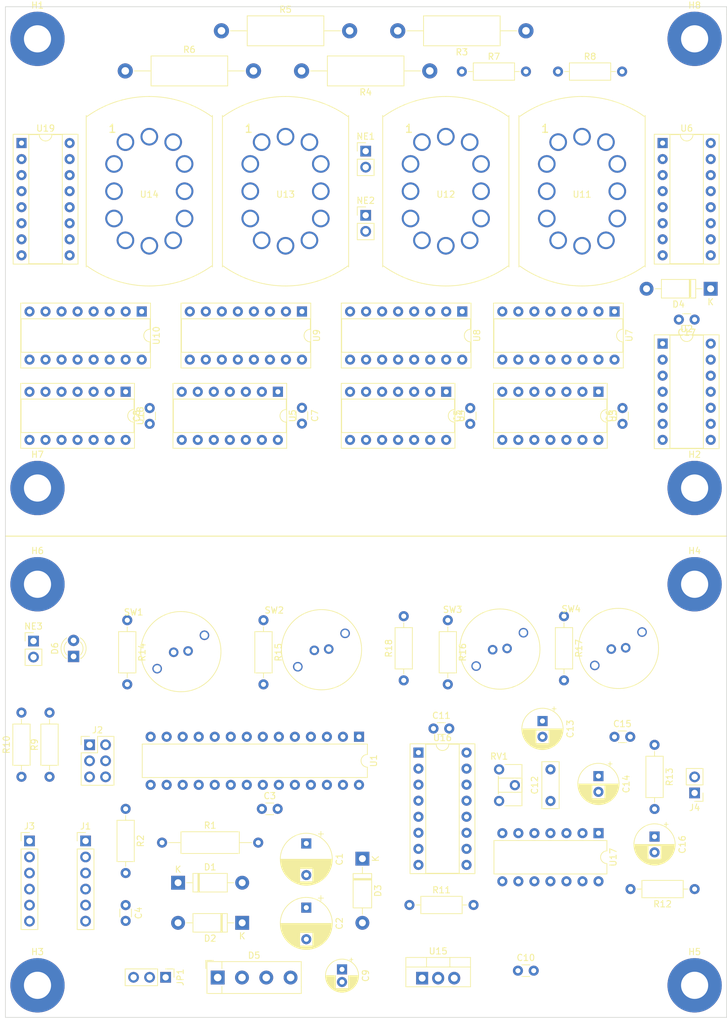
<source format=kicad_pcb>
(kicad_pcb (version 20211014) (generator pcbnew)
  (layers (0 "F.Cu" signal) (31 "B.Cu" signal) (34 "B.Paste" user) (35 "F.Paste" user) (36 "B.SilkS" user "B.Silkscreen") (37 "F.SilkS" user "F.Silkscreen") (38 "B.Mask" user) (39 "F.Mask" user) (44 "Edge.Cuts" user))
  (net 0 "")
  (net 1 "/180V")
  (net 2 "/ISO-ACN")
  (net 3 "GND")
  (net 4 "VCC")
  (net 5 "/nRST")
  (net 6 "+12V")
  (net 7 "Net-(C12-Pad1)")
  (net 8 "Net-(C12-Pad2)")
  (net 9 "Net-(C13-Pad1)")
  (net 10 "Net-(C15-Pad2)")
  (net 11 "Net-(C16-Pad1)")
  (net 12 "Net-(C16-Pad2)")
  (net 13 "Net-(D1-Pad2)")
  (net 14 "Net-(D4-Pad1)")
  (net 15 "Net-(D5-Pad2)")
  (net 16 "/12V-A")
  (net 17 "Net-(D6-Pad1)")
  (net 18 "/ISO-ACL")
  (net 19 "/12V-CT")
  (net 20 "/12V-B")
  (net 21 "/MISO")
  (net 22 "/SCK")
  (net 23 "/MOSI")
  (net 26 "/TXD")
  (net 27 "/RXD")
  (net 29 "/display/NE1")
  (net 30 "Net-(NE1-Pad2)")
  (net 31 "Net-(NE2-Pad2)")
  (net 32 "Net-(NE3-Pad2)")
  (net 33 "Net-(R3-Pad1)")
  (net 34 "Net-(R4-Pad1)")
  (net 35 "Net-(R5-Pad1)")
  (net 36 "Net-(R6-Pad1)")
  (net 37 "/PSG_RDY")
  (net 38 "/SW1")
  (net 39 "/SW2")
  (net 40 "/SW3")
  (net 41 "/SW4")
  (net 42 "/SW_A")
  (net 43 "Net-(RV1-Pad1)")
  (net 44 "/PSG_nWE")
  (net 45 "/display/NE_CTL")
  (net 46 "/D0")
  (net 47 "/D1")
  (net 49 "/PSG_CLK")
  (net 50 "/display/SR_nRST")
  (net 51 "/display/SR_CLK")
  (net 52 "/display/SR_DATA")
  (net 54 "/D2")
  (net 55 "/D3")
  (net 56 "/D4")
  (net 57 "/D5")
  (net 58 "/D6")
  (net 59 "/D7")
  (net 60 "Net-(U2-Pad3)")
  (net 61 "Net-(U2-Pad4)")
  (net 62 "Net-(U2-Pad5)")
  (net 63 "Net-(U2-Pad6)")
  (net 64 "Net-(U2-Pad10)")
  (net 65 "Net-(U2-Pad11)")
  (net 66 "Net-(U2-Pad12)")
  (net 67 "Net-(U2-Pad13)")
  (net 68 "Net-(U3-Pad3)")
  (net 69 "Net-(U3-Pad4)")
  (net 70 "Net-(U3-Pad5)")
  (net 71 "Net-(U3-Pad6)")
  (net 72 "Net-(U3-Pad10)")
  (net 73 "Net-(U3-Pad11)")
  (net 74 "Net-(U3-Pad12)")
  (net 75 "Net-(U3-Pad13)")
  (net 76 "Net-(U4-Pad3)")
  (net 77 "Net-(U4-Pad4)")
  (net 78 "Net-(U4-Pad5)")
  (net 79 "Net-(U4-Pad6)")
  (net 80 "Net-(U4-Pad10)")
  (net 81 "Net-(U4-Pad11)")
  (net 82 "Net-(U4-Pad12)")
  (net 83 "Net-(U4-Pad13)")
  (net 84 "Net-(U5-Pad3)")
  (net 85 "Net-(U5-Pad4)")
  (net 86 "Net-(U5-Pad5)")
  (net 87 "Net-(U5-Pad6)")
  (net 88 "Net-(U10-Pad1)")
  (net 89 "Net-(U10-Pad2)")
  (net 90 "Net-(U10-Pad3)")
  (net 91 "Net-(U10-Pad4)")
  (net 92 "Net-(U11-Pad6)")
  (net 93 "Net-(U11-Pad7)")
  (net 94 "Net-(U11-Pad8)")
  (net 95 "Net-(U11-Pad9)")
  (net 96 "Net-(U11-Pad10)")
  (net 97 "Net-(U11-Pad11)")
  (net 98 "Net-(U11-Pad2)")
  (net 99 "Net-(U12-Pad9)")
  (net 100 "Net-(U12-Pad10)")
  (net 101 "Net-(U12-Pad11)")
  (net 102 "Net-(U12-Pad2)")
  (net 103 "Net-(U11-Pad3)")
  (net 104 "Net-(U11-Pad4)")
  (net 105 "Net-(U11-Pad5)")
  (net 106 "Net-(U13-Pad2)")
  (net 107 "Net-(U12-Pad3)")
  (net 108 "Net-(U12-Pad4)")
  (net 109 "Net-(U12-Pad5)")
  (net 110 "Net-(U12-Pad6)")
  (net 111 "Net-(U12-Pad7)")
  (net 112 "Net-(U12-Pad8)")
  (net 113 "Net-(U13-Pad5)")
  (net 114 "Net-(U13-Pad6)")
  (net 115 "Net-(U13-Pad7)")
  (net 116 "Net-(U13-Pad8)")
  (net 117 "Net-(U13-Pad9)")
  (net 118 "Net-(U13-Pad10)")
  (net 119 "Net-(U13-Pad11)")
  (net 120 "Net-(U10-Pad5)")
  (net 121 "Net-(U10-Pad6)")
  (net 122 "Net-(U10-Pad7)")
  (net 123 "Net-(U10-Pad10)")
  (net 124 "Net-(U10-Pad11)")
  (net 125 "Net-(U10-Pad12)")
  (net 126 "Net-(U10-Pad13)")
  (net 127 "Net-(U10-Pad14)")
  (net 128 "Net-(U10-Pad15)")
  (net 129 "Net-(U10-Pad16)")
  (net 133 "Net-(U14-Pad3)")
  (net 134 "Net-(U14-Pad4)")
  (net 135 "Net-(U14-Pad5)")
  (net 136 "Net-(U14-Pad6)")
  (net 137 "Net-(U14-Pad7)")
  (net 141 "Net-(U18-Pad6)")
  (net 142 "Net-(U18-Pad10)")
  (net 143 "Net-(U18-Pad11)")
  (net 144 "Net-(U18-Pad12)")
  (net 145 "Net-(U18-Pad13)")
  (footprint "Capacitor_THT:C_Disc_D3.0mm_W1.6mm_P2.50mm" (layer "F.Cu") (at 132.08 85.09 90)
    (fp_text reference "C6" (at 1.25 -2.05 90) (layer "F.SilkS"))
    (fp_text value "0.1uF")
    (pad "1" thru_hole circle (at 0 0 90) (size 1.6 1.6) (drill 0.8) (layers *.Cu *.Mask) (net 4 "VCC"))
    (pad "2" thru_hole circle (at 2.5 0 90) (size 1.6 1.6) (drill 0.8) (layers *.Cu *.Mask) (net 3 "GND"))
  )
  (footprint "Capacitor_THT:C_Disc_D3.0mm_W1.6mm_P2.50mm" (layer "F.Cu") (at 130.81 134.64)
    (fp_text reference "C15" (at 1.25 -2.05) (layer "F.SilkS"))
    (fp_text value "0.1uF")
    (pad "1" thru_hole circle (at 0 0) (size 1.6 1.6) (drill 0.8) (layers *.Cu *.Mask) (net 3 "GND"))
    (pad "2" thru_hole circle (at 2.5 0) (size 1.6 1.6) (drill 0.8) (layers *.Cu *.Mask) (net 10 "Net-(C15-Pad2)"))
  )
  (footprint "Package_DIP:DIP-14_W7.62mm_Socket" (layer "F.Cu") (at 104.14 80.01 -90)
    (fp_text reference "U4" (at 3.81 -2.33 90) (layer "F.SilkS"))
    (fp_text value "74HC164")
    (pad "1" thru_hole rect (at 0 0 270) (size 1.6 1.6) (drill 0.8) (layers *.Cu *.Mask) (net 4 "VCC"))
    (pad "2" thru_hole oval (at 0 2.54 270) (size 1.6 1.6) (drill 0.8) (layers *.Cu *.Mask) (net 75 "Net-(U3-Pad13)"))
    (pad "3" thru_hole oval (at 0 5.08 270) (size 1.6 1.6) (drill 0.8) (layers *.Cu *.Mask) (net 76 "Net-(U4-Pad3)"))
    (pad "4" thru_hole oval (at 0 7.62 270) (size 1.6 1.6) (drill 0.8) (layers *.Cu *.Mask) (net 77 "Net-(U4-Pad4)"))
    (pad "5" thru_hole oval (at 0 10.16 270) (size 1.6 1.6) (drill 0.8) (layers *.Cu *.Mask) (net 78 "Net-(U4-Pad5)"))
    (pad "6" thru_hole oval (at 0 12.7 270) (size 1.6 1.6) (drill 0.8) (layers *.Cu *.Mask) (net 79 "Net-(U4-Pad6)"))
    (pad "7" thru_hole oval (at 0 15.24 270) (size 1.6 1.6) (drill 0.8) (layers *.Cu *.Mask) (net 3 "GND"))
    (pad "8" thru_hole oval (at 7.62 15.24 270) (size 1.6 1.6) (drill 0.8) (layers *.Cu *.Mask) (net 51 "/display/SR_CLK"))
    (pad "9" thru_hole oval (at 7.62 12.7 270) (size 1.6 1.6) (drill 0.8) (layers *.Cu *.Mask) (net 50 "/display/SR_nRST"))
    (pad "10" thru_hole oval (at 7.62 10.16 270) (size 1.6 1.6) (drill 0.8) (layers *.Cu *.Mask) (net 80 "Net-(U4-Pad10)"))
    (pad "11" thru_hole oval (at 7.62 7.62 270) (size 1.6 1.6) (drill 0.8) (layers *.Cu *.Mask) (net 81 "Net-(U4-Pad11)"))
    (pad "12" thru_hole oval (at 7.62 5.08 270) (size 1.6 1.6) (drill 0.8) (layers *.Cu *.Mask) (net 82 "Net-(U4-Pad12)"))
    (pad "13" thru_hole oval (at 7.62 2.54 270) (size 1.6 1.6) (drill 0.8) (layers *.Cu *.Mask) (net 83 "Net-(U4-Pad13)"))
    (pad "14" thru_hole oval (at 7.62 0 270) (size 1.6 1.6) (drill 0.8) (layers *.Cu *.Mask) (net 4 "VCC"))
  )
  (footprint "nixie-8422:Nixie-8422-14pin" (layer "F.Cu") (at 57.09 48.26)
    (fp_text reference "U14" (at 0 0.5) (layer "F.SilkS"))
    (fp_text value "IN-12A/B")
    (fp_text user "1" (at -5.842 -9.906) (layer "F.SilkS") (effects (font (size 1.27 1.27) (thickness 0.2032))))
    (pad "1" thru_hole circle (at -3.7846 -7.7724) (size 2.794 2.794) (drill 2.159) (layers *.Cu *.Mask) (net 36 "Net-(R6-Pad1)"))
    (pad "2" thru_hole circle (at -5.588 -4.318) (size 2.794 2.794) (drill 2.159) (layers *.Cu *.Mask) (net 127 "Net-(U10-Pad14)"))
    (pad "3" thru_hole circle (at -5.588 0) (size 2.794 2.794) (drill 2.159) (layers *.Cu *.Mask) (net 133 "Net-(U14-Pad3)"))
    (pad "4" thru_hole circle (at -5.588 4.318) (size 2.794 2.794) (drill 2.159) (layers *.Cu *.Mask) (net 134 "Net-(U14-Pad4)"))
    (pad "5" thru_hole circle (at -3.7846 7.7724) (size 2.794 2.794) (drill 2.159) (layers *.Cu *.Mask) (net 135 "Net-(U14-Pad5)"))
    (pad "6" thru_hole circle (at 0 8.636) (size 2.794 2.794) (drill 2.159) (layers *.Cu *.Mask) (net 136 "Net-(U14-Pad6)"))
    (pad "7" thru_hole circle (at 3.7846 7.7724) (size 2.794 2.794) (drill 2.159) (layers *.Cu *.Mask) (net 137 "Net-(U14-Pad7)"))
    (pad "8" thru_hole circle (at 5.588 4.318) (size 2.794 2.794) (drill 2.159) (layers *.Cu *.Mask) (net 123 "Net-(U10-Pad10)"))
    (pad "9" thru_hole circle (at 5.588 0) (size 2.794 2.794) (drill 2.159) (layers *.Cu *.Mask) (net 124 "Net-(U10-Pad11)"))
    (pad "10" thru_hole circle (at 5.588 -4.318) (size 2.794 2.794) (drill 2.159) (layers *.Cu *.Mask) (net 125 "Net-(U10-Pad12)"))
    (pad "11" thru_hole circle (at 3.7846 -7.7724) (size 2.794 2.794) (drill 2.159) (layers *.Cu *.Mask) (net 126 "Net-(U10-Pad13)"))
    (pad "12" thru_hole circle (at 0 -8.636) (size 2.794 2.794) (drill 2.159) (layers *.Cu *.Mask))
  )
  (footprint "MountingHole:MountingHole_4.3mm_M4_Pad" (layer "F.Cu") (at 39.37 110.49)
    (fp_text reference "H6" (at 0 -5.3) (layer "F.SilkS"))
    (fp_text value "MountingHole")
    (pad "1" thru_hole circle (at 0 0) (size 8.6 8.6) (drill 4.3) (layers *.Cu *.Mask))
  )
  (footprint "Diode_THT:D_DO-41_SOD81_P10.16mm_Horizontal" (layer "F.Cu") (at 71.809 164.095 180)
    (fp_text reference "D2" (at 5.08 -2.47) (layer "F.SilkS"))
    (fp_text value "1N4007")
    (fp_text user "K" (at 0 -2.1) (layer "F.SilkS"))
    (pad "1" thru_hole rect (at 0 0 180) (size 2.2 2.2) (drill 1.1) (layers *.Cu *.Mask) (net 13 "Net-(D1-Pad2)"))
    (pad "2" thru_hole oval (at 10.16 0 180) (size 2.2 2.2) (drill 1.1) (layers *.Cu *.Mask) (net 3 "GND"))
  )
  (footprint "Capacitor_THT:CP_Radial_D8.0mm_P5.00mm" (layer "F.Cu") (at 81.969 151.532349 -90)
    (fp_text reference "C1" (at 2.5 -5.25 90) (layer "F.SilkS"))
    (fp_text value "3.3UF 250V")
    (pad "1" thru_hole rect (at 0 0 270) (size 1.6 1.6) (drill 0.8) (layers *.Cu *.Mask) (net 1 "/180V"))
    (pad "2" thru_hole circle (at 5 0 270) (size 1.6 1.6) (drill 0.8) (layers *.Cu *.Mask) (net 2 "/ISO-ACN"))
  )
  (footprint "Package_DIP:DIP-16_W7.62mm_Socket" (layer "F.Cu") (at 130.815 67.3 -90)
    (fp_text reference "U7" (at 3.81 -2.33 90) (layer "F.SilkS"))
    (fp_text value "SN75468")
    (pad "1" thru_hole rect (at 0 0 270) (size 1.6 1.6) (drill 0.8) (layers *.Cu *.Mask) (net 67 "Net-(U2-Pad13)"))
    (pad "2" thru_hole oval (at 0 2.54 270) (size 1.6 1.6) (drill 0.8) (layers *.Cu *.Mask) (net 68 "Net-(U3-Pad3)"))
    (pad "3" thru_hole oval (at 0 5.08 270) (size 1.6 1.6) (drill 0.8) (layers *.Cu *.Mask) (net 69 "Net-(U3-Pad4)"))
    (pad "4" thru_hole oval (at 0 7.62 270) (size 1.6 1.6) (drill 0.8) (layers *.Cu *.Mask) (net 70 "Net-(U3-Pad5)"))
    (pad "5" thru_hole oval (at 0 10.16 270) (size 1.6 1.6) (drill 0.8) (layers *.Cu *.Mask) (net 71 "Net-(U3-Pad6)"))
    (pad "6" thru_hole oval (at 0 12.7 270) (size 1.6 1.6) (drill 0.8) (layers *.Cu *.Mask) (net 72 "Net-(U3-Pad10)"))
    (pad "7" thru_hole oval (at 0 15.24 270) (size 1.6 1.6) (drill 0.8) (layers *.Cu *.Mask) (net 73 "Net-(U3-Pad11)"))
    (pad "8" thru_hole oval (at 0 17.78 270) (size 1.6 1.6) (drill 0.8) (layers *.Cu *.Mask) (net 3 "GND"))
    (pad "9" thru_hole oval (at 7.62 17.78 270) (size 1.6 1.6) (drill 0.8) (layers *.Cu *.Mask) (net 14 "Net-(D4-Pad1)"))
    (pad "10" thru_hole oval (at 7.62 15.24 270) (size 1.6 1.6) (drill 0.8) (layers *.Cu *.Mask) (net 99 "Net-(U12-Pad9)"))
    (pad "11" thru_hole oval (at 7.62 12.7 270) (size 1.6 1.6) (drill 0.8) (layers *.Cu *.Mask) (net 100 "Net-(U12-Pad10)"))
    (pad "12" thru_hole oval (at 7.62 10.16 270) (size 1.6 1.6) (drill 0.8) (layers *.Cu *.Mask) (net 101 "Net-(U12-Pad11)"))
    (pad "13" thru_hole oval (at 7.62 7.62 270) (size 1.6 1.6) (drill 0.8) (layers *.Cu *.Mask) (net 102 "Net-(U12-Pad2)"))
    (pad "14" thru_hole oval (at 7.62 5.08 270) (size 1.6 1.6) (drill 0.8) (layers *.Cu *.Mask) (net 103 "Net-(U11-Pad3)"))
    (pad "15" thru_hole oval (at 7.62 2.54 270) (size 1.6 1.6) (drill 0.8) (layers *.Cu *.Mask) (net 104 "Net-(U11-Pad4)"))
    (pad "16" thru_hole oval (at 7.62 0 270) (size 1.6 1.6) (drill 0.8) (layers *.Cu *.Mask) (net 105 "Net-(U11-Pad5)"))
  )
  (footprint "Connector_PinHeader_2.54mm:PinHeader_2x03_P2.54mm_Vertical" (layer "F.Cu") (at 47.62 135.905)
    (fp_text reference "J2" (at 1.27 -2.33) (layer "F.SilkS"))
    (fp_text value "Conn_02x03_Odd_Even")
    (pad "1" thru_hole rect (at 0 0) (size 1.7 1.7) (drill 1) (layers *.Cu *.Mask) (net 21 "/MISO"))
    (pad "2" thru_hole oval (at 2.54 0) (size 1.7 1.7) (drill 1) (layers *.Cu *.Mask) (net 4 "VCC"))
    (pad "3" thru_hole oval (at 0 2.54) (size 1.7 1.7) (drill 1) (layers *.Cu *.Mask) (net 22 "/SCK"))
    (pad "4" thru_hole oval (at 2.54 2.54) (size 1.7 1.7) (drill 1) (layers *.Cu *.Mask) (net 23 "/MOSI"))
    (pad "5" thru_hole oval (at 0 5.08) (size 1.7 1.7) (drill 1) (layers *.Cu *.Mask) (net 5 "/nRST"))
    (pad "6" thru_hole oval (at 2.54 5.08) (size 1.7 1.7) (drill 1) (layers *.Cu *.Mask) (net 3 "GND"))
  )
  (footprint "Connector_PinHeader_2.54mm:PinHeader_1x06_P2.54mm_Vertical" (layer "F.Cu") (at 46.99 151.13)
    (fp_text reference "J1" (at 0 -2.33) (layer "F.SilkS"))
    (fp_text value "Conn_01x06")
    (pad "1" thru_hole rect (at 0 0) (size 1.7 1.7) (drill 1) (layers *.Cu *.Mask) (net 18 "/ISO-ACL"))
    (pad "2" thru_hole oval (at 0 2.54) (size 1.7 1.7) (drill 1) (layers *.Cu *.Mask) (net 2 "/ISO-ACN"))
    (pad "3" thru_hole oval (at 0 5.08) (size 1.7 1.7) (drill 1) (layers *.Cu *.Mask) (net 16 "/12V-A"))
    (pad "4" thru_hole oval (at 0 7.62) (size 1.7 1.7) (drill 1) (layers *.Cu *.Mask) (net 19 "/12V-CT"))
    (pad "5" thru_hole oval (at 0 10.16) (size 1.7 1.7) (drill 1) (layers *.Cu *.Mask) (net 20 "/12V-B"))
    (pad "6" thru_hole oval (at 0 12.7) (size 1.7 1.7) (drill 1) (layers *.Cu *.Mask) (net 3 "GND"))
  )
  (footprint "Package_DIP:DIP-16_W7.62mm_Socket" (layer "F.Cu") (at 106.685 67.3 -90)
    (fp_text reference "U8" (at 3.81 -2.33 90) (layer "F.SilkS"))
    (fp_text value "SN75468")
    (pad "1" thru_hole rect (at 0 0 270) (size 1.6 1.6) (drill 0.8) (layers *.Cu *.Mask) (net 74 "Net-(U3-Pad12)"))
    (pad "2" thru_hole oval (at 0 2.54 270) (size 1.6 1.6) (drill 0.8) (layers *.Cu *.Mask) (net 75 "Net-(U3-Pad13)"))
    (pad "3" thru_hole oval (at 0 5.08 270) (size 1.6 1.6) (drill 0.8) (layers *.Cu *.Mask) (net 76 "Net-(U4-Pad3)"))
    (pad "4" thru_hole oval (at 0 7.62 270) (size 1.6 1.6) (drill 0.8) (layers *.Cu *.Mask) (net 77 "Net-(U4-Pad4)"))
    (pad "5" thru_hole oval (at 0 10.16 270) (size 1.6 1.6) (drill 0.8) (layers *.Cu *.Mask) (net 78 "Net-(U4-Pad5)"))
    (pad "6" thru_hole oval (at 0 12.7 270) (size 1.6 1.6) (drill 0.8) (layers *.Cu *.Mask) (net 79 "Net-(U4-Pad6)"))
    (pad "7" thru_hole oval (at 0 15.24 270) (size 1.6 1.6) (drill 0.8) (layers *.Cu *.Mask) (net 80 "Net-(U4-Pad10)"))
    (pad "8" thru_hole oval (at 0 17.78 270) (size 1.6 1.6) (drill 0.8) (layers *.Cu *.Mask) (net 3 "GND"))
    (pad "9" thru_hole oval (at 7.62 17.78 270) (size 1.6 1.6) (drill 0.8) (layers *.Cu *.Mask) (net 14 "Net-(D4-Pad1)"))
    (pad "10" thru_hole oval (at 7.62 15.24 270) (size 1.6 1.6) (drill 0.8) (layers *.Cu *.Mask) (net 106 "Net-(U13-Pad2)"))
    (pad "11" thru_hole oval (at 7.62 12.7 270) (size 1.6 1.6) (drill 0.8) (layers *.Cu *.Mask) (net 107 "Net-(U12-Pad3)"))
    (pad "12" thru_hole oval (at 7.62 10.16 270) (size 1.6 1.6) (drill 0.8) (layers *.Cu *.Mask) (net 108 "Net-(U12-Pad4)"))
    (pad "13" thru_hole oval (at 7.62 7.62 270) (size 1.6 1.6) (drill 0.8) (layers *.Cu *.Mask) (net 109 "Net-(U12-Pad5)"))
    (pad "14" thru_hole oval (at 7.62 5.08 270) (size 1.6 1.6) (drill 0.8) (layers *.Cu *.Mask) (net 110 "Net-(U12-Pad6)"))
    (pad "15" thru_hole oval (at 7.62 2.54 270) (size 1.6 1.6) (drill 0.8) (layers *.Cu *.Mask) (net 111 "Net-(U12-Pad7)"))
    (pad "16" thru_hole oval (at 7.62 0 270) (size 1.6 1.6) (drill 0.8) (layers *.Cu *.Mask) (net 112 "Net-(U12-Pad8)"))
  )
  (footprint "Capacitor_THT:C_Disc_D3.0mm_W1.6mm_P2.50mm" (layer "F.Cu") (at 81.28 82.55 -90)
    (fp_text reference "C7" (at 1.25 -2.05 90) (layer "F.SilkS"))
    (fp_text value "0.1uF")
    (pad "1" thru_hole circle (at 0 0 270) (size 1.6 1.6) (drill 0.8) (layers *.Cu *.Mask) (net 4 "VCC"))
    (pad "2" thru_hole circle (at 2.5 0 270) (size 1.6 1.6) (drill 0.8) (layers *.Cu *.Mask) (net 3 "GND"))
  )
  (footprint "Resistor_THT:R_Axial_DIN0207_L6.3mm_D2.5mm_P10.16mm_Horizontal" (layer "F.Cu") (at 75.184 116.1796 -90)
    (fp_text reference "R15" (at 5.08 -2.37 -270) (layer "F.SilkS"))
    (fp_text value "2k")
    (pad "1" thru_hole circle (at 0 0 270) (size 1.6 1.6) (drill 0.8) (layers *.Cu *.Mask) (net 4 "VCC"))
    (pad "2" thru_hole oval (at 10.16 0 270) (size 1.6 1.6) (drill 0.8) (layers *.Cu *.Mask) (net 39 "/SW2"))
  )
  (footprint "Package_DIP:DIP-16_W7.62mm_Socket" (layer "F.Cu") (at 36.84 40.63)
    (fp_text reference "U19" (at 3.81 -2.33) (layer "F.SilkS"))
    (fp_text value "SN75468")
    (pad "1" thru_hole rect (at 0 0) (size 1.6 1.6) (drill 0.8) (layers *.Cu *.Mask) (net 141 "Net-(U18-Pad6)"))
    (pad "2" thru_hole oval (at 0 2.54) (size 1.6 1.6) (drill 0.8) (layers *.Cu *.Mask) (net 142 "Net-(U18-Pad10)"))
    (pad "3" thru_hole oval (at 0 5.08) (size 1.6 1.6) (drill 0.8) (layers *.Cu *.Mask) (net 143 "Net-(U18-Pad11)"))
    (pad "4" thru_hole oval (at 0 7.62) (size 1.6 1.6) (drill 0.8) (layers *.Cu *.Mask) (net 144 "Net-(U18-Pad12)"))
    (pad "5" thru_hole oval (at 0 10.16) (size 1.6 1.6) (drill 0.8) (layers *.Cu *.Mask) (net 145 "Net-(U18-Pad13)"))
    (pad "6" thru_hole oval (at 0 12.7) (size 1.6 1.6) (drill 0.8) (layers *.Cu *.Mask) (net 45 "/display/NE_CTL"))
    (pad "7" thru_hole oval (at 0 15.24) (size 1.6 1.6) (drill 0.8) (layers *.Cu *.Mask))
    (pad "8" thru_hole oval (at 0 17.78) (size 1.6 1.6) (drill 0.8) (layers *.Cu *.Mask) (net 3 "GND"))
    (pad "9" thru_hole oval (at 7.62 17.78) (size 1.6 1.6) (drill 0.8) (layers *.Cu *.Mask) (net 14 "Net-(D4-Pad1)"))
    (pad "10" thru_hole oval (at 7.62 15.24) (size 1.6 1.6) (drill 0.8) (layers *.Cu *.Mask))
    (pad "11" thru_hole oval (at 7.62 12.7) (size 1.6 1.6) (drill 0.8) (layers *.Cu *.Mask) (net 29 "/display/NE1"))
    (pad "12" thru_hole oval (at 7.62 10.16) (size 1.6 1.6) (drill 0.8) (layers *.Cu *.Mask) (net 133 "Net-(U14-Pad3)"))
    (pad "13" thru_hole oval (at 7.62 7.62) (size 1.6 1.6) (drill 0.8) (layers *.Cu *.Mask) (net 134 "Net-(U14-Pad4)"))
    (pad "14" thru_hole oval (at 7.62 5.08) (size 1.6 1.6) (drill 0.8) (layers *.Cu *.Mask) (net 135 "Net-(U14-Pad5)"))
    (pad "15" thru_hole oval (at 7.62 2.54) (size 1.6 1.6) (drill 0.8) (layers *.Cu *.Mask) (net 136 "Net-(U14-Pad6)"))
    (pad "16" thru_hole oval (at 7.62 0) (size 1.6 1.6) (drill 0.8) (layers *.Cu *.Mask) (net 137 "Net-(U14-Pad7)"))
  )
  (footprint "Potentiometer_THT:Potentiometer_ACP_CA6-H2,5_Horizontal" (layer "F.Cu") (at 112.525 139.8)
    (fp_text reference "RV1" (at 0 -2.06) (layer "F.SilkS"))
    (fp_text value "10k")
    (pad "1" thru_hole circle (at 0 0) (size 1.62 1.62) (drill 0.9) (layers *.Cu *.Mask) (net 43 "Net-(RV1-Pad1)"))
    (pad "2" thru_hole circle (at 2.5 2.5) (size 1.62 1.62) (drill 0.9) (layers *.Cu *.Mask) (net 7 "Net-(C12-Pad1)"))
    (pad "3" thru_hole circle (at 0 5) (size 1.62 1.62) (drill 0.9) (layers *.Cu *.Mask) (net 3 "GND"))
  )
  (footprint "Resistor_THT:R_Axial_DIN0207_L6.3mm_D2.5mm_P10.16mm_Horizontal" (layer "F.Cu") (at 53.34 146.05 -90)
    (fp_text reference "R2" (at 5.08 -2.37 90) (layer "F.SilkS"))
    (fp_text value "10k 1W")
    (pad "1" thru_hole circle (at 0 0 270) (size 1.6 1.6) (drill 0.8) (layers *.Cu *.Mask) (net 5 "/nRST"))
    (pad "2" thru_hole oval (at 10.16 0 270) (size 1.6 1.6) (drill 0.8) (layers *.Cu *.Mask) (net 4 "VCC"))
  )
  (footprint "Package_DIP:DIP-14_W7.62mm_Socket" (layer "F.Cu") (at 138.44 72.385)
    (fp_text reference "U2" (at 3.81 -2.33) (layer "F.SilkS"))
    (fp_text value "74HC164")
    (pad "1" thru_hole rect (at 0 0) (size 1.6 1.6) (drill 0.8) (layers *.Cu *.Mask) (net 4 "VCC"))
    (pad "2" thru_hole oval (at 0 2.54) (size 1.6 1.6) (drill 0.8) (layers *.Cu *.Mask) (net 52 "/display/SR_DATA"))
    (pad "3" thru_hole oval (at 0 5.08) (size 1.6 1.6) (drill 0.8) (layers *.Cu *.Mask) (net 60 "Net-(U2-Pad3)"))
    (pad "4" thru_hole oval (at 0 7.62) (size 1.6 1.6) (drill 0.8) (layers *.Cu *.Mask) (net 61 "Net-(U2-Pad4)"))
    (pad "5" thru_hole oval (at 0 10.16) (size 1.6 1.6) (drill 0.8) (layers *.Cu *.Mask) (net 62 "Net-(U2-Pad5)"))
    (pad "6" thru_hole oval (at 0 12.7) (size 1.6 1.6) (drill 0.8) (layers *.Cu *.Mask) (net 63 "Net-(U2-Pad6)"))
    (pad "7" thru_hole oval (at 0 15.24) (size 1.6 1.6) (drill 0.8) (layers *.Cu *.Mask) (net 3 "GND"))
    (pad "8" thru_hole oval (at 7.62 15.24) (size 1.6 1.6) (drill 0.8) (layers *.Cu *.Mask) (net 51 "/display/SR_CLK"))
    (pad "9" thru_hole oval (at 7.62 12.7) (size 1.6 1.6) (drill 0.8) (layers *.Cu *.Mask) (net 50 "/display/SR_nRST"))
    (pad "10" thru_hole oval (at 7.62 10.16) (size 1.6 1.6) (drill 0.8) (layers *.Cu *.Mask) (net 64 "Net-(U2-Pad10)"))
    (pad "11" thru_hole oval (at 7.62 7.62) (size 1.6 1.6) (drill 0.8) (layers *.Cu *.Mask) (net 65 "Net-(U2-Pad11)"))
    (pad "12" thru_hole oval (at 7.62 5.08) (size 1.6 1.6) (drill 0.8) (layers *.Cu *.Mask) (net 66 "Net-(U2-Pad12)"))
    (pad "13" thru_hole oval (at 7.62 2.54) (size 1.6 1.6) (drill 0.8) (layers *.Cu *.Mask) (net 67 "Net-(U2-Pad13)"))
    (pad "14" thru_hole oval (at 7.62 0) (size 1.6 1.6) (drill 0.8) (layers *.Cu *.Mask) (net 4 "VCC"))
  )
  (footprint "Capacitor_THT:CP_Radial_D6.3mm_P2.50mm" (layer "F.Cu") (at 128.27 140.86 -90)
    (fp_text reference "C14" (at 1.25 -4.4 90) (layer "F.SilkS"))
    (fp_text value "220uF 25V")
    (pad "1" thru_hole rect (at 0 0 270) (size 1.6 1.6) (drill 0.8) (layers *.Cu *.Mask) (net 6 "+12V"))
    (pad "2" thru_hole circle (at 2.5 0 270) (size 1.6 1.6) (drill 0.8) (layers *.Cu *.Mask) (net 3 "GND"))
  )
  (footprint "Capacitor_THT:C_Disc_D3.0mm_W1.6mm_P2.50mm" (layer "F.Cu") (at 143.51 68.58 180)
    (fp_text reference "C17" (at 1.25 -2.05) (layer "F.SilkS"))
    (fp_text value "0.1uF")
    (pad "1" thru_hole circle (at 0 0 180) (size 1.6 1.6) (drill 0.8) (layers *.Cu *.Mask) (net 4 "VCC"))
    (pad "2" thru_hole circle (at 2.5 0 180) (size 1.6 1.6) (drill 0.8) (layers *.Cu *.Mask) (net 3 "GND"))
  )
  (footprint "MountingHole:MountingHole_4.3mm_M4_Pad" (layer "F.Cu") (at 143.51 173.99)
    (fp_text reference "H5" (at 0 -5.3) (layer "F.SilkS"))
    (fp_text value "MountingHole")
    (pad "1" thru_hole circle (at 0 0) (size 8.6 8.6) (drill 4.3) (layers *.Cu *.Mask))
  )
  (footprint "Package_DIP:DIP-16_W7.62mm_Socket" (layer "F.Cu") (at 55.885 67.3 -90)
    (fp_text reference "U10" (at 3.81 -2.33 90) (layer "F.SilkS"))
    (fp_text value "SN75468")
    (pad "1" thru_hole rect (at 0 0 270) (size 1.6 1.6) (drill 0.8) (layers *.Cu *.Mask) (net 88 "Net-(U10-Pad1)"))
    (pad "2" thru_hole oval (at 0 2.54 270) (size 1.6 1.6) (drill 0.8) (layers *.Cu *.Mask) (net 89 "Net-(U10-Pad2)"))
    (pad "3" thru_hole oval (at 0 5.08 270) (size 1.6 1.6) (drill 0.8) (layers *.Cu *.Mask) (net 90 "Net-(U10-Pad3)"))
    (pad "4" thru_hole oval (at 0 7.62 270) (size 1.6 1.6) (drill 0.8) (layers *.Cu *.Mask) (net 91 "Net-(U10-Pad4)"))
    (pad "5" thru_hole oval (at 0 10.16 270) (size 1.6 1.6) (drill 0.8) (layers *.Cu *.Mask) (net 120 "Net-(U10-Pad5)"))
    (pad "6" thru_hole oval (at 0 12.7 270) (size 1.6 1.6) (drill 0.8) (layers *.Cu *.Mask) (net 121 "Net-(U10-Pad6)"))
    (pad "7" thru_hole oval (at 0 15.24 270) (size 1.6 1.6) (drill 0.8) (layers *.Cu *.Mask) (net 122 "Net-(U10-Pad7)"))
    (pad "8" thru_hole oval (at 0 17.78 270) (size 1.6 1.6) (drill 0.8) (layers *.Cu *.Mask) (net 3 "GND"))
    (pad "9" thru_hole oval (at 7.62 17.78 270) (size 1.6 1.6) (drill 0.8) (layers *.Cu *.Mask) (net 14 "Net-(D4-Pad1)"))
    (pad "10" thru_hole oval (at 7.62 15.24 270) (size 1.6 1.6) (drill 0.8) (layers *.Cu *.Mask) (net 123 "Net-(U10-Pad10)"))
    (pad "11" thru_hole oval (at 7.62 12.7 270) (size 1.6 1.6) (drill 0.8) (layers *.Cu *.Mask) (net 124 "Net-(U10-Pad11)"))
    (pad "12" thru_hole oval (at 7.62 10.16 270) (size 1.6 1.6) (drill 0.8) (layers *.Cu *.Mask) (net 125 "Net-(U10-Pad12)"))
    (pad "13" thru_hole oval (at 7.62 7.62 270) (size 1.6 1.6) (drill 0.8) (layers *.Cu *.Mask) (net 126 "Net-(U10-Pad13)"))
    (pad "14" thru_hole oval (at 7.62 5.08 270) (size 1.6 1.6) (drill 0.8) (layers *.Cu *.Mask) (net 127 "Net-(U10-Pad14)"))
    (pad "15" thru_hole oval (at 7.62 2.54 270) (size 1.6 1.6) (drill 0.8) (layers *.Cu *.Mask) (net 128 "Net-(U10-Pad15)"))
    (pad "16" thru_hole oval (at 7.62 0 270) (size 1.6 1.6) (drill 0.8) (layers *.Cu *.Mask) (net 129 "Net-(U10-Pad16)"))
  )
  (footprint "Package_DIP:DIP-14_W7.62mm_Socket" (layer "F.Cu") (at 53.34 80.01 -90)
    (fp_text reference "U18" (at 3.81 -2.33 90) (layer "F.SilkS"))
    (fp_text value "74HC164")
    (pad "1" thru_hole rect (at 0 0 270) (size 1.6 1.6) (drill 0.8) (layers *.Cu *.Mask) (net 4 "VCC"))
    (pad "2" thru_hole oval (at 0 2.54 270) (size 1.6 1.6) (drill 0.8) (layers *.Cu *.Mask) (net 91 "Net-(U10-Pad4)"))
    (pad "3" thru_hole oval (at 0 5.08 270) (size 1.6 1.6) (drill 0.8) (layers *.Cu *.Mask) (net 120 "Net-(U10-Pad5)"))
    (pad "4" thru_hole oval (at 0 7.62 270) (size 1.6 1.6) (drill 0.8) (layers *.Cu *.Mask) (net 121 "Net-(U10-Pad6)"))
    (pad "5" thru_hole oval (at 0 10.16 270) (size 1.6 1.6) (drill 0.8) (layers *.Cu *.Mask) (net 122 "Net-(U10-Pad7)"))
    (pad "6" thru_hole oval (at 0 12.7 270) (size 1.6 1.6) (drill 0.8) (layers *.Cu *.Mask) (net 141 "Net-(U18-Pad6)"))
    (pad "7" thru_hole oval (at 0 15.24 270) (size 1.6 1.6) (drill 0.8) (layers *.Cu *.Mask) (net 3 "GND"))
    (pad "8" thru_hole oval (at 7.62 15.24 270) (size 1.6 1.6) (drill 0.8) (layers *.Cu *.Mask) (net 51 "/display/SR_CLK"))
    (pad "9" thru_hole oval (at 7.62 12.7 270) (size 1.6 1.6) (drill 0.8) (layers *.Cu *.Mask) (net 50 "/display/SR_nRST"))
    (pad "10" thru_hole oval (at 7.62 10.16 270) (size 1.6 1.6) (drill 0.8) (layers *.Cu *.Mask) (net 142 "Net-(U18-Pad10)"))
    (pad "11" thru_hole oval (at 7.62 7.62 270) (size 1.6 1.6) (drill 0.8) (layers *.Cu *.Mask) (net 143 "Net-(U18-Pad11)"))
    (pad "12" thru_hole oval (at 7.62 5.08 270) (size 1.6 1.6) (drill 0.8) (layers *.Cu *.Mask) (net 144 "Net-(U18-Pad12)"))
    (pad "13" thru_hole oval (at 7.62 2.54 270) (size 1.6 1.6) (drill 0.8) (layers *.Cu *.Mask) (net 145 "Net-(U18-Pad13)"))
    (pad "14" thru_hole oval (at 7.62 0 270) (size 1.6 1.6) (drill 0.8) (layers *.Cu *.Mask) (net 4 "VCC"))
  )
  (footprint "MountingHole:MountingHole_4.3mm_M4_Pad" (layer "F.Cu") (at 143.51 110.49)
    (fp_text reference "H4" (at 0 -5.3) (layer "F.SilkS"))
    (fp_text value "MountingHole")
    (pad "1" thru_hole circle (at 0 0) (size 8.6 8.6) (drill 4.3) (layers *.Cu *.Mask))
  )
  (footprint "my-rubber-button:ck-switch-k12c" (layer "F.Cu") (at 83.24 120.9548)
    (fp_text reference "SW2" (at -6.35 -6.35 unlocked) (layer "F.SilkS"))
    (fp_text value "SW_Push")
    (pad "1" thru_hole circle (at 0 0) (size 1.524 1.524) (drill 0.889) (layers *.Cu *.Mask) (net 39 "/SW2"))
    (pad "2" thru_hole circle (at 2.286 -0.2032) (size 1.524 1.524) (drill 0.889) (layers *.Cu *.Mask) (net 42 "/SW_A"))
    (pad "3" thru_hole circle (at -2.6162 2.5908) (size 1.524 1.524) (drill 1.0922) (layers *.Cu *.Mask))
    (pad "4" thru_hole circle (at 4.8768 -2.6924) (size 1.524 1.524) (drill 1.0922) (layers *.Cu *.Mask))
  )
  (footprint "Connector_PinHeader_2.54mm:PinHeader_1x06_P2.54mm_Vertical" (layer "F.Cu") (at 38.1 151.13)
    (fp_text reference "J3" (at 0 -2.33) (layer "F.SilkS"))
    (fp_text value "Conn_01x06")
    (pad "1" thru_hole rect (at 0 0) (size 1.7 1.7) (drill 1) (layers *.Cu *.Mask))
    (pad "2" thru_hole oval (at 0 2.54) (size 1.7 1.7) (drill 1) (layers *.Cu *.Mask))
    (pad "3" thru_hole oval (at 0 5.08) (size 1.7 1.7) (drill 1) (layers *.Cu *.Mask) (net 26 "/TXD"))
    (pad "4" thru_hole oval (at 0 7.62) (size 1.7 1.7) (drill 1) (layers *.Cu *.Mask) (net 27 "/RXD"))
    (pad "5" thru_hole oval (at 0 10.16) (size 1.7 1.7) (drill 1) (layers *.Cu *.Mask) (net 3 "GND"))
    (pad "6" thru_hole oval (at 0 12.7) (size 1.7 1.7) (drill 1) (layers *.Cu *.Mask))
  )
  (footprint "LED_THT:LED_D3.0mm" (layer "F.Cu") (at 45.085 121.92 90)
    (fp_text reference "D6" (at 1.27 -2.96 90) (layer "F.SilkS"))
    (fp_text value "LED")
    (pad "1" thru_hole rect (at 0 0 90) (size 1.8 1.8) (drill 0.9) (layers *.Cu *.Mask) (net 17 "Net-(D6-Pad1)"))
    (pad "2" thru_hole circle (at 2.54 0 90) (size 1.8 1.8) (drill 0.9) (layers *.Cu *.Mask) (net 4 "VCC"))
  )
  (footprint "MountingHole:MountingHole_4.3mm_M4_Pad" (layer "F.Cu") (at 143.51 95.25)
    (fp_text reference "H2" (at 0 -5.3) (layer "F.SilkS"))
    (fp_text value "MountingHole")
    (pad "1" thru_hole circle (at 0 0) (size 8.6 8.6) (drill 4.3) (layers *.Cu *.Mask))
  )
  (footprint "Connector_PinHeader_2.54mm:PinHeader_1x02_P2.54mm_Vertical" (layer "F.Cu") (at 91.38 52.07)
    (fp_text reference "NE2" (at 0 -2.33) (layer "F.SilkS"))
    (fp_text value "Lamp_Neon")
    (pad "1" thru_hole rect (at 0 0) (size 1.7 1.7) (drill 1) (layers *.Cu *.Mask) (net 29 "/display/NE1"))
    (pad "2" thru_hole oval (at 0 2.54) (size 1.7 1.7) (drill 1) (layers *.Cu *.Mask) (net 31 "Net-(NE2-Pad2)"))
  )
  (footprint "Diode_THT:D_DO-41_SOD81_P10.16mm_Horizontal" (layer "F.Cu") (at 146.05 63.7 180)
    (fp_text reference "D4" (at 5.08 -2.47) (layer "F.SilkS"))
    (fp_text value "90V Zener")
    (fp_text user "K" (at 0 -2.1) (layer "F.SilkS"))
    (pad "1" thru_hole rect (at 0 0 180) (size 2.2 2.2) (drill 1.1) (layers *.Cu *.Mask) (net 14 "Net-(D4-Pad1)"))
    (pad "2" thru_hole oval (at 10.16 0 180) (size 2.2 2.2) (drill 1.1) (layers *.Cu *.Mask) (net 3 "GND"))
  )
  (footprint "Capacitor_THT:C_Disc_D3.0mm_W1.6mm_P2.50mm" (layer "F.Cu") (at 115.51 171.67)
    (fp_text reference "C10" (at 1.25 -2.05) (layer "F.SilkS"))
    (fp_text value "0.1uF")
    (pad "1" thru_hole circle (at 0 0) (size 1.6 1.6) (drill 0.8) (layers *.Cu *.Mask) (net 4 "VCC"))
    (pad "2" thru_hole circle (at 2.5 0) (size 1.6 1.6) (drill 0.8) (layers *.Cu *.Mask) (net 3 "GND"))
  )
  (footprint "Resistor_THT:R_Axial_DIN0207_L6.3mm_D2.5mm_P10.16mm_Horizontal" (layer "F.Cu") (at 121.86 29.31)
    (fp_text reference "R8" (at 5.08 -2.37) (layer "F.SilkS"))
    (fp_text value "180k")
    (pad "1" thru_hole circle (at 0 0) (size 1.6 1.6) (drill 0.8) (layers *.Cu *.Mask) (net 31 "Net-(NE2-Pad2)"))
    (pad "2" thru_hole oval (at 10.16 0) (size 1.6 1.6) (drill 0.8) (layers *.Cu *.Mask) (net 1 "/180V"))
  )
  (footprint "Capacitor_THT:CP_Radial_D6.3mm_P2.50mm" (layer "F.Cu") (at 137.16 150.44 -90)
    (fp_text reference "C16" (at 1.25 -4.4 90) (layer "F.SilkS"))
    (fp_text value "220uF 25V")
    (pad "1" thru_hole rect (at 0 0 270) (size 1.6 1.6) (drill 0.8) (layers *.Cu *.Mask) (net 11 "Net-(C16-Pad1)"))
    (pad "2" thru_hole circle (at 2.5 0 270) (size 1.6 1.6) (drill 0.8) (layers *.Cu *.Mask) (net 12 "Net-(C16-Pad2)"))
  )
  (footprint "MountingHole:MountingHole_4.3mm_M4_Pad" (layer "F.Cu") (at 39.37 24.13)
    (fp_text reference "H1" (at 0 -5.3) (layer "F.SilkS"))
    (fp_text value "MountingHole")
    (pad "1" thru_hole circle (at 0 0) (size 8.6 8.6) (drill 4.3) (layers *.Cu *.Mask))
  )
  (footprint "Capacitor_THT:CP_Radial_D6.3mm_P2.50mm" (layer "F.Cu") (at 119.4 132.14 -90)
    (fp_text reference "C13" (at 1.25 -4.4 90) (layer "F.SilkS"))
    (fp_text value "220uF 25V")
    (pad "1" thru_hole rect (at 0 0 270) (size 1.6 1.6) (drill 0.8) (layers *.Cu *.Mask) (net 9 "Net-(C13-Pad1)"))
    (pad "2" thru_hole circle (at 2.5 0 270) (size 1.6 1.6) (drill 0.8) (layers *.Cu *.Mask) (net 3 "GND"))
  )
  (footprint "nixie-8422:Nixie-8422-14pin" (layer "F.Cu") (at 104.08 48.26)
    (fp_text reference "U12" (at 0 0.5) (layer "F.SilkS"))
    (fp_text value "IN-12A/B")
    (fp_text user "1" (at -5.842 -9.906) (layer "F.SilkS") (effects (font (size 1.27 1.27) (thickness 0.2032))))
    (pad "1" thru_hole circle (at -3.7846 -7.7724) (size 2.794 2.794) (drill 2.159) (layers *.Cu *.Mask) (net 34 "Net-(R4-Pad1)"))
    (pad "2" thru_hole circle (at -5.588 -4.318) (size 2.794 2.794) (drill 2.159) (layers *.Cu *.Mask) (net 102 "Net-(U12-Pad2)"))
    (pad "3" thru_hole circle (at -5.588 0) (size 2.794 2.794) (drill 2.159) (layers *.Cu *.Mask) (net 107 "Net-(U12-Pad3)"))
    (pad "4" thru_hole circle (at -5.588 4.318) (size 2.794 2.794) (drill 2.159) (layers *.Cu *.Mask) (net 108 "Net-(U12-Pad4)"))
    (pad "5" thru_hole circle (at -3.7846 7.7724) (size 2.794 2.794) (drill 2.159) (layers *.Cu *.Mask) (net 109 "Net-(U12-Pad5)"))
    (pad "6" thru_hole circle (at 0 8.636) (size 2.794 2.794) (drill 2.159) (layers *.Cu *.Mask) (net 110 "Net-(U12-Pad6)"))
    (pad "7" thru_hole circle (at 3.7846 7.7724) (size 2.794 2.794) (drill 2.159) (layers *.Cu *.Mask) (net 111 "Net-(U12-Pad7)"))
    (pad "8" thru_hole circle (at 5.588 4.318) (size 2.794 2.794) (drill 2.159) (layers *.Cu *.Mask) (net 112 "Net-(U12-Pad8)"))
    (pad "9" thru_hole circle (at 5.588 0) (size 2.794 2.794) (drill 2.159) (layers *.Cu *.Mask) (net 99 "Net-(U12-Pad9)"))
    (pad "10" thru_hole circle (at 5.588 -4.318) (size 2.794 2.794) (drill 2.159) (layers *.Cu *.Mask) (net 100 "Net-(U12-Pad10)"))
    (pad "11" thru_hole circle (at 3.7846 -7.7724) (size 2.794 2.794) (drill 2.159) (layers *.Cu *.Mask) (net 101 "Net-(U12-Pad11)"))
    (pad "12" thru_hole circle (at 0 -8.636) (size 2.794 2.794) (drill 2.159) (layers *.Cu *.Mask))
  )
  (footprint "Resistor_THT:R_Axial_DIN0207_L6.3mm_D2.5mm_P10.16mm_Horizontal" (layer "F.Cu") (at 41.275 140.97 90)
    (fp_text reference "R9" (at 5.08 -2.37 90) (layer "F.SilkS"))
    (fp_text value "1k")
    (pad "1" thru_hole circle (at 0 0 90) (size 1.6 1.6) (drill 0.8) (layers *.Cu *.Mask) (net 3 "GND"))
    (pad "2" thru_hole oval (at 10.16 0 90) (size 1.6 1.6) (drill 0.8) (layers *.Cu *.Mask) (net 17 "Net-(D6-Pad1)"))
  )
  (footprint "Resistor_THT:R_Axial_DIN0414_L11.9mm_D4.5mm_P20.32mm_Horizontal" (layer "F.Cu") (at 116.78 22.86 180)
    (fp_text reference "R3" (at 10.16 -3.37) (layer "F.SilkS"))
    (fp_text value "10k 1W")
    (pad "1" thru_hole circle (at 0 0 180) (size 2.4 2.4) (drill 1.2) (layers *.Cu *.Mask) (net 33 "Net-(R3-Pad1)"))
    (pad "2" thru_hole oval (at 20.32 0 180) (size 2.4 2.4) (drill 1.2) (layers *.Cu *.Mask) (net 1 "/180V"))
  )
  (footprint "Connector_PinHeader_2.54mm:PinHeader_1x02_P2.54mm_Vertical" (layer "F.Cu") (at 38.735 119.48)
    (fp_text reference "NE3" (at 0 -2.33) (layer "F.SilkS"))
    (fp_text value "Lamp_Neon")
    (pad "1" thru_hole rect (at 0 0) (size 1.7 1.7) (drill 1) (layers *.Cu *.Mask) (net 3 "GND"))
    (pad "2" thru_hole oval (at 0 2.54) (size 1.7 1.7) (drill 1) (layers *.Cu *.Mask) (net 32 "Net-(NE3-Pad2)"))
  )
  (footprint "Resistor_THT:R_Axial_DIN0207_L6.3mm_D2.5mm_P10.16mm_Horizontal" (layer "F.Cu") (at 97.409 125.7046 90)
    (fp_text reference "R18" (at 5.08 -2.37 90) (layer "F.SilkS"))
    (fp_text value "8k")
    (pad "1" thru_hole circle (at 0 0 90) (size 1.6 1.6) (drill 0.8) (layers *.Cu *.Mask) (net 3 "GND"))
    (pad "2" thru_hole oval (at 10.16 0 90) (size 1.6 1.6) (drill 0.8) (layers *.Cu *.Mask) (net 42 "/SW_A"))
  )
  (footprint "Package_DIP:DIP-14_W7.62mm_Socket" (layer "F.Cu") (at 128.27 80.01 -90)
    (fp_text reference "U3" (at 3.81 -2.33 90) (layer "F.SilkS"))
    (fp_text value "74HC164")
    (pad "1" thru_hole rect (at 0 0 270) (size 1.6 1.6) (drill 0.8) (layers *.Cu *.Mask) (net 4 "VCC"))
    (pad "2" thru_hole oval (at 0 2.54 270) (size 1.6 1.6) (drill 0.8) (layers *.Cu *.Mask) (net 67 "Net-(U2-Pad13)"))
    (pad "3" thru_hole oval (at 0 5.08 270) (size 1.6 1.6) (drill 0.8) (layers *.Cu *.Mask) (net 68 "Net-(U3-Pad3)"))
    (pad "4" thru_hole oval (at 0 7.62 270) (size 1.6 1.6) (drill 0.8) (layers *.Cu *.Mask) (net 69 "Net-(U3-Pad4)"))
    (pad "5" thru_hole oval (at 0 10.16 270) (size 1.6 1.6) (drill 0.8) (layers *.Cu *.Mask) (net 70 "Net-(U3-Pad5)"))
    (pad "6" thru_hole oval (at 0 12.7 270) (size 1.6 1.6) (drill 0.8) (layers *.Cu *.Mask) (net 71 "Net-(U3-Pad6)"))
    (pad "7" thru_hole oval (at 0 15.24 270) (size 1.6 1.6) (drill 0.8) (layers *.Cu *.Mask) (net 3 "GND"))
    (pad "8" thru_hole oval (at 7.62 15.24 270) (size 1.6 1.6) (drill 0.8) (layers *.Cu *.Mask) (net 51 "/display/SR_CLK"))
    (pad "9" thru_hole oval (at 7.62 12.7 270) (size 1.6 1.6) (drill 0.8) (layers *.Cu *.Mask) (net 50 "/display/SR_nRST"))
    (pad "10" thru_hole oval (at 7.62 10.16 270) (size 1.6 1.6) (drill 0.8) (layers *.Cu *.Mask) (net 72 "Net-(U3-Pad10)"))
    (pad "11" thru_hole oval (at 7.62 7.62 270) (size 1.6 1.6) (drill 0.8) (layers *.Cu *.Mask) (net 73 "Net-(U3-Pad11)"))
    (pad "12" thru_hole oval (at 7.62 5.08 270) (size 1.6 1.6) (drill 0.8) (layers *.Cu *.Mask) (net 74 "Net-(U3-Pad12)"))
    (pad "13" thru_hole oval (at 7.62 2.54 270) (size 1.6 1.6) (drill 0.8) (layers *.Cu *.Mask) (net 75 "Net-(U3-Pad13)"))
    (pad "14" thru_hole oval (at 7.62 0 270) (size 1.6 1.6) (drill 0.8) (layers *.Cu *.Mask) (net 4 "VCC"))
  )
  (footprint "Package_DIP:DIP-16_W7.62mm_Socket" (layer "F.Cu") (at 138.44 40.63)
    (fp_text reference "U6" (at 3.81 -2.33) (layer "F.SilkS"))
    (fp_text value "SN75468")
    (pad "1" thru_hole rect (at 0 0) (size 1.6 1.6) (drill 0.8) (layers *.Cu *.Mask) (net 60 "Net-(U2-Pad3)"))
    (pad "2" thru_hole oval (at 0 2.54) (size 1.6 1.6) (drill 0.8) (layers *.Cu *.Mask) (net 61 "Net-(U2-Pad4)"))
    (pad "3" thru_hole oval (at 0 5.08) (size 1.6 1.6) (drill 0.8) (layers *.Cu *.Mask) (net 62 "Net-(U2-Pad5)"))
    (pad "4" thru_hole oval (at 0 7.62) (size 1.6 1.6) (drill 0.8) (layers *.Cu *.Mask) (net 63 "Net-(U2-Pad6)"))
    (pad "5" thru_hole oval (at 0 10.16) (size 1.6 1.6) (drill 0.8) (layers *.Cu *.Mask) (net 64 "Net-(U2-Pad10)"))
    (pad "6" thru_hole oval (at 0 12.7) (size 1.6 1.6) (drill 0.8) (layers *.Cu *.Mask) (net 65 "Net-(U2-Pad11)"))
    (pad "7" thru_hole oval (at 0 15.24) (size 1.6 1.6) (drill 0.8) (layers *.Cu *.Mask) (net 66 "Net-(U2-Pad12)"))
    (pad "8" thru_hole oval (at 0 17.78) (size 1.6 1.6) (drill 0.8) (layers *.Cu *.Mask) (net 3 "GND"))
    (pad "9" thru_hole oval (at 7.62 17.78) (size 1.6 1.6) (drill 0.8) (layers *.Cu *.Mask) (net 14 "Net-(D4-Pad1)"))
    (pad "10" thru_hole oval (at 7.62 15.24) (size 1.6 1.6) (drill 0.8) (layers *.Cu *.Mask) (net 92 "Net-(U11-Pad6)"))
    (pad "11" thru_hole oval (at 7.62 12.7) (size 1.6 1.6) (drill 0.8) (layers *.Cu *.Mask) (net 93 "Net-(U11-Pad7)"))
    (pad "12" thru_hole oval (at 7.62 10.16) (size 1.6 1.6) (drill 0.8) (layers *.Cu *.Mask) (net 94 "Net-(U11-Pad8)"))
    (pad "13" thru_hole oval (at 7.62 7.62) (size 1.6 1.6) (drill 0.8) (layers *.Cu *.Mask) (net 95 "Net-(U11-Pad9)"))
    (pad "14" thru_hole oval (at 7.62 5.08) (size 1.6 1.6) (drill 0.8) (layers *.Cu *.Mask) (net 96 "Net-(U11-Pad10)"))
    (pad "15" thru_hole oval (at 7.62 2.54) (size 1.6 1.6) (drill 0.8) (layers *.Cu *.Mask) (net 97 "Net-(U11-Pad11)"))
    (pad "16" thru_hole oval (at 7.62 0) (size 1.6 1.6) (drill 0.8) (layers *.Cu *.Mask) (net 98 "Net-(U11-Pad2)"))
  )
  (footprint "Resistor_THT:R_Axial_DIN0207_L6.3mm_D2.5mm_P10.16mm_Horizontal" (layer "F.Cu") (at 53.594 116.1796 -90)
    (fp_text reference "R14" (at 5.08 -2.37 -270) (layer "F.SilkS"))
    (fp_text value "1k")
    (pad "1" thru_hole circle (at 0 0 270) (size 1.6 1.6) (drill 0.8) (layers *.Cu *.Mask) (net 4 "VCC"))
    (pad "2" thru_hole oval (at 10.16 0 270) (size 1.6 1.6) (drill 0.8) (layers *.Cu *.Mask) (net 38 "/SW1"))
  )
  (footprint "Capacitor_THT:C_Disc_D3.0mm_W1.6mm_P2.50mm" (layer "F.Cu") (at 107.95 85.09 90)
    (fp_text reference "C5" (at 1.25 -2.05 90) (layer "F.SilkS"))
    (fp_text value "0.1uF")
    (pad "1" thru_hole circle (at 0 0 90) (size 1.6 1.6) (drill 0.8) (layers *.Cu *.Mask) (net 4 "VCC"))
    (pad "2" thru_hole circle (at 2.5 0 90) (size 1.6 1.6) (drill 0.8) (layers *.Cu *.Mask) (net 3 "GND"))
  )
  (footprint "nixie-8422:Nixie-8422-14pin" (layer "F.Cu") (at 125.67 48.26)
    (fp_text reference "U11" (at 0 0.5) (layer "F.SilkS"))
    (fp_text value "IN-12A/B")
    (fp_text user "1" (at -5.842 -9.906) (layer "F.SilkS") (effects (font (size 1.27 1.27) (thickness 0.2032))))
    (pad "1" thru_hole circle (at -3.7846 -7.7724) (size 2.794 2.794) (drill 2.159) (layers *.Cu *.Mask) (net 33 "Net-(R3-Pad1)"))
    (pad "2" thru_hole circle (at -5.588 -4.318) (size 2.794 2.794) (drill 2.159) (layers *.Cu *.Mask) (net 98 "Net-(U11-Pad2)"))
    (pad "3" thru_hole circle (at -5.588 0) (size 2.794 2.794) (drill 2.159) (layers *.Cu *.Mask) (net 103 "Net-(U11-Pad3)"))
    (pad "4" thru_hole circle (at -5.588 4.318) (size 2.794 2.794) (drill 2.159) (layers *.Cu *.Mask) (net 104 "Net-(U11-Pad4)"))
    (pad "5" thru_hole circle (at -3.7846 7.7724) (size 2.794 2.794) (drill 2.159) (layers *.Cu *.Mask) (net 105 "Net-(U11-Pad5)"))
    (pad "6" thru_hole circle (at 0 8.636) (size 2.794 2.794) (drill 2.159) (layers *.Cu *.Mask) (net 92 "Net-(U11-Pad6)"))
    (pad "7" thru_hole circle (at 3.7846 7.7724) (size 2.794 2.794) (drill 2.159) (layers *.Cu *.Mask) (net 93 "Net-(U11-Pad7)"))
    (pad "8" thru_hole circle (at 5.588 4.318) (size 2.794 2.794) (drill 2.159) (layers *.Cu *.Mask) (net 94 "Net-(U11-Pad8)"))
    (pad "9" thru_hole circle (at 5.588 0) (size 2.794 2.794) (drill 2.159) (layers *.Cu *.Mask) (net 95 "Net-(U11-Pad9)"))
    (pad "10" thru_hole circle (at 5.588 -4.318) (size 2.794 2.794) (drill 2.159) (layers *.Cu *.Mask) (net 96 "Net-(U11-Pad10)"))
    (pad "11" thru_hole circle (at 3.7846 -7.7724) (size 2.794 2.794) (drill 2.159) (layers *.Cu *.Mask) (net 97 "Net-(U11-Pad11)"))
    (pad "12" thru_hole circle (at 0 -8.636) (size 2.794 2.794) (drill 2.159) (layers *.Cu *.Mask))
  )
  (footprint "Capacitor_THT:C_Rect_L7.2mm_W2.5mm_P5.00mm_FKS2_FKP2_MKS2_MKP2" (layer "F.Cu") (at 120.67 144.8 90)
    (fp_text reference "C12" (at 2.5 -2.5 90) (layer "F.SilkS"))
    (fp_text value "1uF")
    (pad "1" thru_hole circle (at 0 0 90) (size 1.6 1.6) (drill 0.8) (layers *.Cu *.Mask) (net 7 "Net-(C12-Pad1)"))
    (pad "2" thru_hole circle (at 5 0 90) (size 1.6 1.6) (drill 0.8) (layers *.Cu *.Mask) (net 8 "Net-(C12-Pad2)"))
  )
  (footprint "Resistor_THT:R_Axial_DIN0414_L11.9mm_D4.5mm_P20.32mm_Horizontal" (layer "F.Cu") (at 53.28 29.21)
    (fp_text reference "R6" (at 10.16 -3.37) (layer "F.SilkS"))
    (fp_text value "10k 1W")
    (pad "1" thru_hole circle (at 0 0) (size 2.4 2.4) (drill 1.2) (layers *.Cu *.Mask) (net 36 "Net-(R6-Pad1)"))
    (pad "2" thru_hole oval (at 20.32 0) (size 2.4 2.4) (drill 1.2) (layers *.Cu *.Mask) (net 1 "/180V"))
  )
  (footprint "Capacitor_THT:C_Disc_D3.0mm_W1.6mm_P2.50mm" (layer "F.Cu") (at 102.125 133.33)
    (fp_text reference "C11" (at 1.25 -2.05) (layer "F.SilkS"))
    (fp_text value "0.1uF")
    (pad "1" thru_hole circle (at 0 0) (size 1.6 1.6) (drill 0.8) (layers *.Cu *.Mask) (net 4 "VCC"))
    (pad "2" thru_hole circle (at 2.5 0) (size 1.6 1.6) (drill 0.8) (layers *.Cu *.Mask) (net 3 "GND"))
  )
  (footprint "Resistor_THT:R_Axial_DIN0207_L6.3mm_D2.5mm_P10.16mm_Horizontal" (layer "F.Cu") (at 98.315 161.27)
    (fp_text reference "R11" (at 5.08 -2.37) (layer "F.SilkS"))
    (fp_text value "8k")
    (pad "1" thru_hole circle (at 0 0) (size 1.6 1.6) (drill 0.8) (layers *.Cu *.Mask) (net 37 "/PSG_RDY"))
    (pad "2" thru_hole oval (at 10.16 0) (size 1.6 1.6) (drill 0.8) (layers *.Cu *.Mask) (net 4 "VCC"))
  )
  (footprint "Resistor_THT:R_Axial_DIN0414_L11.9mm_D4.5mm_P20.32mm_Horizontal" (layer "F.Cu") (at 101.54 29.21 180)
    (fp_text reference "R4" (at 10.16 -3.37) (layer "F.SilkS"))
    (fp_text value "10k 1W")
    (pad "1" thru_hole circle (at 0 0 180) (size 2.4 2.4) (drill 1.2) (layers *.Cu *.Mask) (net 34 "Net-(R4-Pad1)"))
    (pad "2" thru_hole oval (at 20.32 0 180) (size 2.4 2.4) (drill 1.2) (layers *.Cu *.Mask) (net 1 "/180V"))
  )
  (footprint "Resistor_THT:R_Axial_DIN0207_L6.3mm_D2.5mm_P10.16mm_Horizontal" (layer "F.Cu") (at 106.62 29.31)
    (fp_text reference "R7" (at 5.08 -2.37) (layer "F.SilkS"))
    (fp_text value "180k")
    (pad "1" thru_hole circle (at 0 0) (size 1.6 1.6) (drill 0.8) (layers *.Cu *.Mask) (net 30 "Net-(NE1-Pad2)"))
    (pad "2" thru_hole oval (at 10.16 0) (size 1.6 1.6) (drill 0.8) (layers *.Cu *.Mask) (net 1 "/180V"))
  )
  (footprint "Package_TO_SOT_THT:TO-220-3_Vertical" (layer "F.Cu") (at 100.33 172.85)
    (fp_text reference "U15" (at 2.54 -4.27) (layer "F.SilkS"))
    (fp_text value "LM7805_TO220")
    (pad "1" thru_hole rect (at 0 0) (size 1.905 2) (drill 1.1) (layers *.Cu *.Mask) (net 6 "+12V"))
    (pad "2" thru_hole oval (at 2.54 0) (size 1.905 2) (drill 1.1) (layers *.Cu *.Mask) (net 3 "GND"))
    (pad "3" thru_hole oval (at 5.08 0) (size 1.905 2) (drill 1.1) (layers *.Cu *.Mask) (net 4 "VCC"))
  )
  (footprint "Package_DIP:DIP-14_W7.62mm" (layer "F.Cu") (at 128.28 149.9 -90)
    (fp_text reference "U17" (at 3.81 -2.33 90) (layer "F.SilkS"))
    (fp_text value "LM380N")
    (pad "1" thru_hole rect (at 0 0 270) (size 1.6 1.6) (drill 0.8) (layers *.Cu *.Mask) (net 9 "Net-(C13-Pad1)"))
    (pad "2" thru_hole oval (at 0 2.54 270) (size 1.6 1.6) (drill 0.8) (layers *.Cu *.Mask) (net 8 "Net-(C12-Pad2)"))
    (pad "3" thru_hole oval (at 0 5.08 270) (size 1.6 1.6) (drill 0.8) (layers *.Cu *.Mask) (net 3 "GND"))
    (pad "4" thru_hole oval (at 0 7.62 270) (size 1.6 1.6) (drill 0.8) (layers *.Cu *.Mask) (net 3 "GND"))
    (pad "5" thru_hole oval (at 0 10.16 270) (size 1.6 1.6) (drill 0.8) (layers *.Cu *.Mask) (net 3 "GND"))
    (pad "6" thru_hole oval (at 0 12.7 270) (size 1.6 1.6) (drill 0.8) (layers *.Cu *.Mask) (net 3 "GND"))
    (pad "7" thru_hole oval (at 0 15.24 270) (size 1.6 1.6) (drill 0.8) (layers *.Cu *.Mask) (net 3 "GND"))
    (pad "8" thru_hole oval (at 7.62 15.24 270) (size 1.6 1.6) (drill 0.8) (layers *.Cu *.Mask) (net 11 "Net-(C16-Pad1)"))
    (pad "9" thru_hole oval (at 7.62 12.7 270) (size 1.6 1.6) (drill 0.8) (layers *.Cu *.Mask))
    (pad "10" thru_hole oval (at 7.62 10.16 270) (size 1.6 1.6) (drill 0.8) (layers *.Cu *.Mask) (net 3 "GND"))
    (pad "11" thru_hole oval (at 7.62 7.62 270) (size 1.6 1.6) (drill 0.8) (layers *.Cu *.Mask) (net 3 "GND"))
    (pad "12" thru_hole oval (at 7.62 5.08 270) (size 1.6 1.6) (drill 0.8) (layers *.Cu *.Mask) (net 3 "GND"))
    (pad "13" thru_hole oval (at 7.62 2.54 270) (size 1.6 1.6) (drill 0.8) (layers *.Cu *.Mask))
    (pad "14" thru_hole oval (at 7.62 0 270) (size 1.6 1.6) (drill 0.8) (layers *.Cu *.Mask) (net 6 "+12V"))
  )
  (footprint "Connector_PinHeader_2.54mm:PinHeader_1x02_P2.54mm_Vertical" (layer "F.Cu") (at 91.38 41.91)
    (fp_text reference "NE1" (at 0 -2.33) (layer "F.SilkS"))
    (fp_text value "Lamp_Neon")
    (pad "1" thru_hole rect (at 0 0) (size 1.7 1.7) (drill 1) (layers *.Cu *.Mask) (net 29 "/display/NE1"))
    (pad "2" thru_hole oval (at 0 2.54) (size 1.7 1.7) (drill 1) (layers *.Cu *.Mask) (net 30 "Net-(NE1-Pad2)"))
  )
  (footprint "Diode_THT:D_DO-41_SOD81_P10.16mm_Horizontal" (layer "F.Cu") (at 90.859 153.935 -90)
    (fp_text reference "D3" (at 5.08 -2.47 90) (layer "F.SilkS"))
    (fp_text value "180V Zener")
    (fp_text user "K" (at 0 -2.1 90) (layer "F.SilkS"))
    (pad "1" thru_hole rect (at 0 0 270) (size 2.2 2.2) (drill 1.1) (layers *.Cu *.Mask) (net 1 "/180V"))
    (pad "2" thru_hole oval (at 10.16 0 270) (size 2.2 2.2) (drill 1.1) (layers *.Cu *.Mask) (net 3 "GND"))
  )
  (footprint "Resistor_THT:R_Axial_DIN0309_L9.0mm_D3.2mm_P15.24mm_Horizontal" (layer "F.Cu") (at 59.109 151.395)
    (fp_text reference "R1" (at 7.62 -2.72) (layer "F.SilkS"))
    (fp_text value "220 2W")
    (pad "1" thru_hole circle (at 0 0) (size 1.6 1.6) (drill 0.8) (layers *.Cu *.Mask) (net 18 "/ISO-ACL"))
    (pad "2" thru_hole oval (at 15.24 0) (size 1.6 1.6) (drill 0.8) (layers *.Cu *.Mask) (net 13 "Net-(D1-Pad2)"))
  )
  (footprint "Connector_PinHeader_2.54mm:PinHeader_1x02_P2.54mm_Vertical" (layer "F.Cu") (at 143.51 143.53 180)
    (fp_text reference "J4" (at 0 -2.33) (layer "F.SilkS"))
    (fp_text value "Conn_01x02")
    (pad "1" thru_hole rect (at 0 0 180) (size 1.7 1.7) (drill 1) (layers *.Cu *.Mask) (net 12 "Net-(C16-Pad2)"))
    (pad "2" thru_hole oval (at 0 2.54 180) (size 1.7 1.7) (drill 1) (layers *.Cu *.Mask) (net 3 "GND"))
  )
  (footprint "Connector_PinHeader_2.54mm:PinHeader_1x03_P2.54mm_Vertical" (layer "F.Cu") (at 59.675 172.72 -90)
    (fp_text reference "JP1" (at 0 -2.33 -270) (layer "F.SilkS"))
    (fp_text value "JPR3")
    (pad "1" thru_hole rect (at 0 0 270) (size 1.7 1.7) (drill 1) (layers *.Cu *.Mask) (net 20 "/12V-B"))
    (pad "2" thru_hole oval (at 0 2.54 270) (size 1.7 1.7) (drill 1) (layers *.Cu *.Mask) (net 15 "Net-(D5-Pad2)"))
    (pad "3" thru_hole oval (at 0 5.08 270) (size 1.7 1.7) (drill 1) (layers *.Cu *.Mask) (net 19 "/12V-CT"))
  )
  (footprint "Package_DIP:DIP-16_W7.62mm_Socket" (layer "F.Cu") (at 99.744 137.14)
    (fp_text reference "U16" (at 3.81 -2.33) (layer "F.SilkS"))
    (fp_text value "SN76489")
    (pad "1" thru_hole rect (at 0 0) (size 1.6 1.6) (drill 0.8) (layers *.Cu *.Mask) (net 54 "/D2"))
    (pad "2" thru_hole oval (at 0 2.54) (size 1.6 1.6) (drill 0.8) (layers *.Cu *.Mask) (net 47 "/D1"))
    (pad "3" thru_hole oval (at 0 5.08) (size 1.6 1.6) (drill 0.8) (layers *.Cu *.Mask) (net 46 "/D0"))
    (pad "4" thru_hole oval (at 0 7.62) (size 1.6 1.6) (drill 0.8) (layers *.Cu *.Mask) (net 37 "/PSG_RDY"))
    (pad "5" thru_hole oval (at 0 10.16) (size 1.6 1.6) (drill 0.8) (layers *.Cu *.Mask) (net 44 "/PSG_nWE"))
    (pad "6" thru_hole oval (at 0 12.7) (size 1.6 1.6) (drill 0.8) (layers *.Cu *.Mask) (net 3 "GND"))
    (pad "7" thru_hole oval (at 0 15.24) (size 1.6 1.6) (drill 0.8) (layers *.Cu *.Mask) (net 43 "Net-(RV1-Pad1)"))
    (pad "8" thru_hole oval (at 0 17.78) (size 1.6 1.6) (drill 0.8) (layers *.Cu *.Mask) (net 3 "GND"))
    (pad "9" thru_hole oval (at 7.62 17.78) (size 1.6 1.6) (drill 0.8) (layers *.Cu *.Mask))
    (pad "10" thru_hole oval (at 7.62 15.24) (size 1.6 1.6) (drill 0.8) (layers *.Cu *.Mask) (net 59 "/D7"))
    (pad "11" thru_hole oval (at 7.62 12.7) (size 1.6 1.6) (drill 0.8) (layers *.Cu *.Mask) (net 58 "/D6"))
    (pad "12" thru_hole oval (at 7.62 10.16) (size 1.6 1.6) (drill 0.8) (layers *.Cu *.Mask) (net 57 "/D5"))
    (pad "13" thru_hole oval (at 7.62 7.62) (size 1.6 1.6) (drill 0.8) (layers *.Cu *.Mask) (net 56 "/D4"))
    (pad "14" thru_hole oval (at 7.62 5.08) (size 1.6 1.6) (drill 0.8) (layers *.Cu *.Mask) (net 49 "/PSG_CLK"))
    (pad "15" thru_hole oval (at 7.62 2.54) (size 1.6 1.6) (drill 0.8) (layers *.Cu *.Mask) (net 55 "/D3"))
    (pad "16" thru_hole oval (at 7.62 0) (size 1.6 1.6) (drill 0.8) (layers *.Cu *.Mask) (net 4 "VCC"))
  )
  (footprint "Capacitor_THT:CP_Radial_D5.0mm_P2.00mm" (layer "F.Cu") (at 87.63 171.464225 -90)
    (fp_text reference "C9" (at 1 -3.75 90) (layer "F.SilkS"))
    (fp_text value "10uF 25V")
    (pad "1" thru_hole rect (at 0 0 270) (size 1.6 1.6) (drill 0.8) (layers *.Cu *.Mask) (net 6 "+12V"))
    (pad "2" thru_hole circle (at 2 0 270) (size 1.6 1.6) (drill 0.8) (layers *.Cu *.Mask) (net 3 "GND"))
  )
  (footprint "Resistor_THT:R_Axial_DIN0207_L6.3mm_D2.5mm_P10.16mm_Horizontal" (layer "F.Cu") (at 143.51 158.75 180)
    (fp_text reference "R12" (at 5.08 -2.37) (layer "F.SilkS"))
    (fp_text value "10R")
    (pad "1" thru_hole circle (at 0 0 180) (size 1.6 1.6) (drill 0.8) (layers *.Cu *.Mask) (net 10 "Net-(C15-Pad2)"))
    (pad "2" thru_hole oval (at 10.16 0 180) (size 1.6 1.6) (drill 0.8) (layers *.Cu *.Mask) (net 11 "Net-(C16-Pad1)"))
  )
  (footprint "Capacitor_THT:C_Disc_D3.0mm_W1.6mm_P2.50mm" (layer "F.Cu") (at 57.15 85.09 90)
    (fp_text reference "C8" (at 1.25 -2.05 90) (layer "F.SilkS"))
    (fp_text value "0.1uF")
    (pad "1" thru_hole circle (at 0 0 90) (size 1.6 1.6) (drill 0.8) (layers *.Cu *.Mask) (net 4 "VCC"))
    (pad "2" thru_hole circle (at 2.5 0 90) (size 1.6 1.6) (drill 0.8) (layers *.Cu *.Mask) (net 3 "GND"))
  )
  (footprint "MountingHole:MountingHole_4.3mm_M4_Pad" (layer "F.Cu") (at 39.37 95.25)
    (fp_text reference "H7" (at 0 -5.3) (layer "F.SilkS"))
    (fp_text value "MountingHole")
    (pad "1" thru_hole circle (at 0 0) (size 8.6 8.6) (drill 4.3) (layers *.Cu *.Mask))
  )
  (footprint "Resistor_THT:R_Axial_DIN0207_L6.3mm_D2.5mm_P10.16mm_Horizontal" (layer "F.Cu") (at 104.394 116.1796 -90)
    (fp_text reference "R16" (at 5.08 -2.37 -270) (layer "F.SilkS"))
    (fp_text value "4k")
    (pad "1" thru_hole circle (at 0 0 270) (size 1.6 1.6) (drill 0.8) (layers *.Cu *.Mask) (net 4 "VCC"))
    (pad "2" thru_hole oval (at 10.16 0 270) (size 1.6 1.6) (drill 0.8) (layers *.Cu *.Mask) (net 40 "/SW3"))
  )
  (footprint "Package_DIP:DIP-16_W7.62mm_Socket" (layer "F.Cu") (at 81.285 67.3 -90)
    (fp_text reference "U9" (at 3.81 -2.33 90) (layer "F.SilkS"))
    (fp_text value "SN75468")
    (pad "1" thru_hole rect (at 0 0 270) (size 1.6 1.6) (drill 0.8) (layers *.Cu *.Mask) (net 81 "Net-(U4-Pad11)"))
    (pad "2" thru_hole oval (at 0 2.54 270) (size 1.6 1.6) (drill 0.8) (layers *.Cu *.Mask) (net 82 "Net-(U4-Pad12)"))
    (pad "3" thru_hole oval (at 0 5.08 270) (size 1.6 1.6) (drill 0.8) (layers *.Cu *.Mask) (net 83 "Net-(U4-Pad13)"))
    (pad "4" thru_hole oval (at 0 7.62 270) (size 1.6 1.6) (drill 0.8) (layers *.Cu *.Mask) (net 84 "Net-(U5-Pad3)"))
    (pad "5" thru_hole oval (at 0 10.16 270) (size 1.6 1.6) (drill 0.8) (layers *.Cu *.Mask) (net 85 "Net-(U5-Pad4)"))
    (pad "6" thru_hole oval (at 0 12.7 270) (size 1.6 1.6) (drill 0.8) (layers *.Cu *.Mask) (net 86 "Net-(U5-Pad5)"))
    (pad "7" thru_hole oval (at 0 15.24 270) (size 1.6 1.6) (drill 0.8) (layers *.Cu *.Mask) (net 87 "Net-(U5-Pad6)"))
    (pad "8" thru_hole oval (at 0 17.78 270) (size 1.6 1.6) (drill 0.8) (layers *.Cu *.Mask) (net 3 "GND"))
    (pad "9" thru_hole oval (at 7.62 17.78 270) (size 1.6 1.6) (drill 0.8) (layers *.Cu *.Mask) (net 14 "Net-(D4-Pad1)"))
    (pad "10" thru_hole oval (at 7.62 15.24 270) (size 1.6 1.6) (drill 0.8) (layers *.Cu *.Mask) (net 113 "Net-(U13-Pad5)"))
    (pad "11" thru_hole oval (at 7.62 12.7 270) (size 1.6 1.6) (drill 0.8) (layers *.Cu *.Mask) (net 114 "Net-(U13-Pad6)"))
    (pad "12" thru_hole oval (at 7.62 10.16 270) (size 1.6 1.6) (drill 0.8) (layers *.Cu *.Mask) (net 115 "Net-(U13-Pad7)"))
    (pad "13" thru_hole oval (at 7.62 7.62 270) (size 1.6 1.6) (drill 0.8) (layers *.Cu *.Mask) (net 116 "Net-(U13-Pad8)"))
    (pad "14" thru_hole oval (at 7.62 5.08 270) (size 1.6 1.6) (drill 0.8) (layers *.Cu *.Mask) (net 117 "Net-(U13-Pad9)"))
    (pad "15" thru_hole oval (at 7.62 2.54 270) (size 1.6 1.6) (drill 0.8) (layers *.Cu *.Mask) (net 118 "Net-(U13-Pad10)"))
    (pad "16" thru_hole oval (at 7.62 0 270) (size 1.6 1.6) (drill 0.8) (layers *.Cu *.Mask) (net 119 "Net-(U13-Pad11)"))
  )
  (footprint "nixie-8422:Nixie-8422-14pin" (layer "F.Cu") (at 78.68 48.26)
    (fp_text reference "U13" (at 0 0.5) (layer "F.SilkS"))
    (fp_text value "IN-12A/B")
    (fp_text user "1" (at -5.842 -9.906) (layer "F.SilkS") (effects (font (size 1.27 1.27) (thickness 0.2032))))
    (pad "1" thru_hole circle (at -3.7846 -7.7724) (size 2.794 2.794) (drill 2.159) (layers *.Cu *.Mask) (net 35 "Net-(R5-Pad1)"))
    (pad "2" thru_hole circle (at -5.588 -4.318) (size 2.794 2.794) (drill 2.159) (layers *.Cu *.Mask) (net 106 "Net-(U13-Pad2)"))
    (pad "3" thru_hole circle (at -5.588 0) (size 2.794 2.794) (drill 2.159) (layers *.Cu *.Mask) (net 128 "Net-(U10-Pad15)"))
    (pad "4" thru_hole circle (at -5.588 4.318) (size 2.794 2.794) (drill 2.159) (layers *.Cu *.Mask) (net 129 "Net-(U10-Pad16)"))
    (pad "5" thru_hole circle (at -3.7846 7.7724) (size 2.794 2.794) (drill 2.159) (layers *.Cu *.Mask) (net 113 "Net-(U13-Pad5)"))
    (pad "6" thru_hole circle (at 0 8.636) (size 2.794 2.794) (drill 2.159) (layers *.Cu *.Mask) (net 114 "Net-(U13-Pad6)"))
    (pad "7" thru_hole circle (at 3.7846 7.7724) (size 2.794 2.794) (drill 2.159) (layers *.Cu *.Mask) (net 115 "Net-(U13-Pad7)"))
    (pad "8" thru_hole circle (at 5.588 4.318) (size 2.794 2.794) (drill 2.159) (layers *.Cu *.Mask) (net 116 "Net-(U13-Pad8)"))
    (pad "9" thru_hole circle (at 5.588 0) (size 2.794 2.794) (drill 2.159) (layers *.Cu *.Mask) (net 117 "Net-(U13-Pad9)"))
    (pad "10" thru_hole circle (at 5.588 -4.318) (size 2.794 2.794) (drill 2.159) (layers *.Cu *.Mask) (net 118 "Net-(U13-Pad10)"))
    (pad "11" thru_hole circle (at 3.7846 -7.7724) (size 2.794 2.794) (drill 2.159) (layers *.Cu *.Mask) (net 119 "Net-(U13-Pad11)"))
    (pad "12" thru_hole circle (at 0 -8.636) (size 2.794 2.794) (drill 2.159) (layers *.Cu *.Mask))
  )
  (footprint "my-rubber-button:ck-switch-k12c" (layer "F.Cu") (at 60.951 121.2596)
    (fp_text reference "SW1" (at -6.35 -6.35 unlocked) (layer "F.SilkS"))
    (fp_text value "SW_Push")
    (pad "1" thru_hole circle (at 0 0) (size 1.524 1.524) (drill 0.889) (layers *.Cu *.Mask) (net 38 "/SW1"))
    (pad "2" thru_hole circle (at 2.286 -0.2032) (size 1.524 1.524) (drill 0.889) (layers *.Cu *.Mask) (net 42 "/SW_A"))
    (pad "3" thru_hole circle (at -2.6162 2.5908) (size 1.524 1.524) (drill 1.0922) (layers *.Cu *.Mask))
    (pad "4" thru_hole circle (at 4.8768 -2.6924) (size 1.524 1.524) (drill 1.0922) (layers *.Cu *.Mask))
  )
  (footprint "my-rubber-button:ck-switch-k12c" (layer "F.Cu") (at 111.506 120.8532)
    (fp_text reference "SW3" (at -6.35 -6.35 unlocked) (layer "F.SilkS"))
    (fp_text value "SW_Push")
    (pad "1" thru_hole circle (at 0 0) (size 1.524 1.524) (drill 0.889) (layers *.Cu *.Mask) (net 40 "/SW3"))
    (pad "2" thru_hole circle (at 2.286 -0.2032) (size 1.524 1.524) (drill 0.889) (layers *.Cu *.Mask) (net 42 "/SW_A"))
    (pad "3" thru_hole circle (at -2.6162 2.5908) (size 1.524 1.524) (drill 1.0922) (layers *.Cu *.Mask))
    (pad "4" thru_hole circle (at 4.8768 -2.6924) (size 1.524 1.524) (drill 1.0922) (layers *.Cu *.Mask))
  )
  (footprint "Resistor_THT:R_Axial_DIN0207_L6.3mm_D2.5mm_P10.16mm_Horizontal" (layer "F.Cu") (at 122.809 115.5446 -90)
    (fp_text reference "R17" (at 5.08 -2.37 -270) (layer "F.SilkS"))
    (fp_text value "8k")
    (pad "1" thru_hole circle (at 0 0 270) (size 1.6 1.6) (drill 0.8) (layers *.Cu *.Mask) (net 4 "VCC"))
    (pad "2" thru_hole oval (at 10.16 0 270) (size 1.6 1.6) (drill 0.8) (layers *.Cu *.Mask) (net 41 "/SW4"))
  )
  (footprint "Resistor_THT:R_Axial_DIN0207_L6.3mm_D2.5mm_P10.16mm_Horizontal" (layer "F.Cu") (at 36.83 140.97 90)
    (fp_text reference "R10" (at 5.08 -2.37 90) (layer "F.SilkS"))
    (fp_text value "180k")
    (pad "1" thru_hole circle (at 0 0 90) (size 1.6 1.6) (drill 0.8) (layers *.Cu *.Mask) (net 1 "/180V"))
    (pad "2" thru_hole oval (at 10.16 0 90) (size 1.6 1.6) (drill 0.8) (layers *.Cu *.Mask) (net 32 "Net-(NE3-Pad2)"))
  )
  (footprint "Resistor_THT:R_Axial_DIN0207_L6.3mm_D2.5mm_P10.16mm_Horizontal" (layer "F.Cu") (at 137.16 135.91 -90)
    (fp_text reference "R13" (at 5.08 -2.37 90) (layer "F.SilkS"))
    (fp_text value "1k")
    (pad "1" thru_hole circle (at 0 0 270) (size 1.6 1.6) (drill 0.8) (layers *.Cu *.Mask) (net 3 "GND"))
    (pad "2" thru_hole oval (at 10.16 0 270) (size 1.6 1.6) (drill 0.8) (layers *.Cu *.Mask) (net 12 "Net-(C16-Pad2)"))
  )
  (footprint "Resistor_THT:R_Axial_DIN0414_L11.9mm_D4.5mm_P20.32mm_Horizontal" (layer "F.Cu") (at 68.52 22.86)
    (fp_text reference "R5" (at 10.16 -3.37) (layer "F.SilkS"))
    (fp_text value "10k 1W")
    (pad "1" thru_hole circle (at 0 0) (size 2.4 2.4) (drill 1.2) (layers *.Cu *.Mask) (net 35 "Net-(R5-Pad1)"))
    (pad "2" thru_hole oval (at 20.32 0) (size 2.4 2.4) (drill 1.2) (layers *.Cu *.Mask) (net 1 "/180V"))
  )
  (footprint "my-rubber-button:ck-switch-k12c" (layer "F.Cu") (at 130.302 120.7516)
    (fp_text reference "SW4" (at -6.35 -6.35 unlocked) (layer "F.SilkS"))
    (fp_text value "SW_Push")
    (pad "1" thru_hole circle (at 0 0) (size 1.524 1.524) (drill 0.889) (layers *.Cu *.Mask) (net 41 "/SW4"))
    (pad "2" thru_hole circle (at 2.286 -0.2032) (size 1.524 1.524) (drill 0.889) (layers *.Cu *.Mask) (net 42 "/SW_A"))
    (pad "3" thru_hole circle (at -2.6162 2.5908) (size 1.524 1.524) (drill 1.0922) (layers *.Cu *.Mask))
    (pad "4" thru_hole circle (at 4.8768 -2.6924) (size 1.524 1.524) (drill 1.0922) (layers *.Cu *.Mask))
  )
  (footprint "Diode_THT:Diode_Bridge_Vishay_KBPM" (layer "F.Cu") (at 67.9275 172.7575)
    (fp_text reference "D5" (at 5.775 -3.5) (layer "F.SilkS"))
    (fp_text value "D_Bridge_+-AA")
    (pad "1" thru_hole rect (at 0 0) (size 2.2 2.2) (drill 1.2) (layers *.Cu *.Mask) (net 6 "+12V"))
    (pad "2" thru_hole circle (at 3.85 0) (size 2.2 2.2) (drill 1.2) (layers *.Cu *.Mask) (net 15 "Net-(D5-Pad2)"))
    (pad "3" thru_hole circle (at 7.7 0) (size 2.2 2.2) (drill 1.2) (layers *.Cu *.Mask) (net 16 "/12V-A"))
    (pad "4" thru_hole circle (at 11.55 0) (size 2.2 2.2) (drill 1.2) (layers *.Cu *.Mask) (net 3 "GND"))
  )
  (footprint "MountingHole:MountingHole_4.3mm_M4_Pad" (layer "F.Cu") (at 143.51 24.13)
    (fp_text reference "H8" (at 0 -5.3) (layer "F.SilkS"))
    (fp_text value "MountingHole")
    (pad "1" thru_hole circle (at 0 0) (size 8.6 8.6) (drill 4.3) (layers *.Cu *.Mask))
  )
  (footprint "MountingHole:MountingHole_4.3mm_M4_Pad" (layer "F.Cu") (at 39.37 173.99)
    (fp_text reference "H3" (at 0 -5.3) (layer "F.SilkS"))
    (fp_text value "MountingHole")
    (pad "1" thru_hole circle (at 0 0) (size 8.6 8.6) (drill 4.3) (layers *.Cu *.Mask))
  )
  (footprint "Package_DIP:DIP-28_W7.62mm" (layer "F.Cu") (at 90.319 134.63 -90)
    (fp_text reference "U1" (at 3.81 -2.33 90) (layer "F.SilkS"))
    (fp_text value "ATmega168-20P")
    (pad "1" thru_hole rect (at 0 0 270) (size 1.6 1.6) (drill 0.8) (layers *.Cu *.Mask) (net 5 "/nRST"))
    (pad "2" thru_hole oval (at 0 2.54 270) (size 1.6 1.6) (drill 0.8) (layers *.Cu *.Mask) (net 27 "/RXD"))
    (pad "3" thru_hole oval (at 0 5.08 270) (size 1.6 1.6) (drill 0.8) (layers *.Cu *.Mask) (net 26 "/TXD"))
    (pad "4" thru_hole oval (at 0 7.62 270) (size 1.6 1.6) (drill 0.8) (layers *.Cu *.Mask) (net 44 "/PSG_nWE"))
    (pad "5" thru_hole oval (at 0 10.16 270) (size 1.6 1.6) (drill 0.8) (layers *.Cu *.Mask) (net 45 "/display/NE_CTL"))
    (pad "6" thru_hole oval (at 0 12.7 270) (size 1.6 1.6) (drill 0.8) (layers *.Cu *.Mask) (net 37 "/PSG_RDY"))
    (pad "7" thru_hole oval (at 0 15.24 270) (size 1.6 1.6) (drill 0.8) (layers *.Cu *.Mask) (net 4 "VCC"))
    (pad "8" thru_hole oval (at 0 17.78 270) (size 1.6 1.6) (drill 0.8) (layers *.Cu *.Mask) (net 3 "GND"))
    (pad "9" thru_hole oval (at 0 20.32 270) (size 1.6 1.6) (drill 0.8) (layers *.Cu *.Mask) (net 46 "/D0"))
    (pad "10" thru_hole oval (at 0 22.86 270) (size 1.6 1.6) (drill 0.8) (layers *.Cu *.Mask) (net 47 "/D1"))
    (pad "11" thru_hole oval (at 0 25.4 270) (size 1.6 1.6) (drill 0.8) (layers *.Cu *.Mask))
    (pad "12" thru_hole oval (at 0 27.94 270) (size 1.6 1.6) (drill 0.8) (layers *.Cu *.Mask) (net 49 "/PSG_CLK"))
    (pad "13" thru_hole oval (at 0 30.48 270) (size 1.6 1.6) (drill 0.8) (layers *.Cu *.Mask) (net 42 "/SW_A"))
    (pad "14" thru_hole oval (at 0 33.02 270) (size 1.6 1.6) (drill 0.8) (layers *.Cu *.Mask) (net 50 "/display/SR_nRST"))
    (pad "15" thru_hole oval (at 7.62 33.02 270) (size 1.6 1.6) (drill 0.8) (layers *.Cu *.Mask) (net 51 "/display/SR_CLK"))
    (pad "16" thru_hole oval (at 7.62 30.48 270) (size 1.6 1.6) (drill 0.8) (layers *.Cu *.Mask) (net 52 "/display/SR_DATA"))
    (pad "17" thru_hole oval (at 7.62 27.94 270) (size 1.6 1.6) (drill 0.8) (layers *.Cu *.Mask) (net 23 "/MOSI"))
    (pad "18" thru_hole oval (at 7.62 25.4 270) (size 1.6 1.6) (drill 0.8) (layers *.Cu *.Mask) (net 21 "/MISO"))
    (pad "19" thru_hole oval (at 7.62 22.86 270) (size 1.6 1.6) (drill 0.8) (layers *.Cu *.Mask) (net 22 "/SCK"))
    (pad "20" thru_hole oval (at 7.62 20.32 270) (size 1.6 1.6) (drill 0.8) (layers *.Cu *.Mask) (net 4 "VCC"))
    (pad "21" thru_hole oval (at 7.62 17.78 270) (size 1.6 1.6) (drill 0.8) (layers *.Cu *.Mask))
    (pad "22" thru_hole oval (at 7.62 15.24 270) (size 1.6 1.6) (drill 0.8) (layers *.Cu *.Mask) (net 3 "GND"))
    (pad "23" thru_hole oval (at 7.62 12.7 270) (size 1.6 1.6) (drill 0.8) (layers *.Cu *.Mask) (net 54 "/D2"))
    (pad "24" thru_hole oval (at 7.62 10.16 270) (size 1.6 1.6) (drill 0.8) (layers *.Cu *.Mask) (net 55 "/D3"))
    (pad "25" thru_hole oval (at 7.62 7.62 270) (size 1.6 1.6) (drill 0.8) (layers *.Cu *.Mask) (net 56 "/D4"))
    (pad "26" thru_hole oval (at 7.62 5.08 270) (size 1.6 1.6) (drill 0.8) (layers *.Cu *.Mask) (net 57 "/D5"))
    (pad "27" thru_hole oval (at 7.62 2.54 270) (size 1.6 1.6) (drill 0.8) (layers *.Cu *.Mask) (net 58 "/D6"))
    (pad "28" thru_hole oval (at 7.62 0 270) (size 1.6 1.6) (drill 0.8) (layers *.Cu *.Mask) (net 59 "/D7"))
  )
  (footprint "Capacitor_THT:C_Disc_D3.0mm_W1.6mm_P2.50mm" (layer "F.Cu") (at 53.34 161.29 -90)
    (fp_text reference "C4" (at 1.25 -2.05 90) (layer "F.SilkS"))
    (fp_text value "0.1uF")
    (pad "1" thru_hole circle (at 0 0 270) (size 1.6 1.6) (drill 0.8) (layers *.Cu *.Mask) (net 5 "/nRST"))
    (pad "2" thru_hole circle (at 2.5 0 270) (size 1.6 1.6) (drill 0.8) (layers *.Cu *.Mask) (net 3 "GND"))
  )
  (footprint "Diode_THT:D_DO-41_SOD81_P10.16mm_Horizontal" (layer "F.Cu") (at 61.649 157.745)
    (fp_text reference "D1" (at 5.08 -2.47) (layer "F.SilkS"))
    (fp_text value "1N4007")
    (fp_text user "K" (at 0 -2.1) (layer "F.SilkS"))
    (pad "1" thru_hole rect (at 0 0) (size 2.2 2.2) (drill 1.1) (layers *.Cu *.Mask) (net 1 "/180V"))
    (pad "2" thru_hole oval (at 10.16 0) (size 2.2 2.2) (drill 1.1) (layers *.Cu *.Mask) (net 13 "Net-(D1-Pad2)"))
  )
  (footprint "Package_DIP:DIP-14_W7.62mm_Socket" (layer "F.Cu") (at 77.47 80.01 -90)
    (fp_text reference "U5" (at 3.81 -2.33 90) (layer "F.SilkS"))
    (fp_text value "74HC164")
    (pad "1" thru_hole rect (at 0 0 270) (size 1.6 1.6) (drill 0.8) (layers *.Cu *.Mask) (net 4 "VCC"))
    (pad "2" thru_hole oval (at 0 2.54 270) (size 1.6 1.6) (drill 0.8) (layers *.Cu *.Mask) (net 83 "Net-(U4-Pad13)"))
    (pad "3" thru_hole oval (at 0 5.08 270) (size 1.6 1.6) (drill 0.8) (layers *.Cu *.Mask) (net 84 "Net-(U5-Pad3)"))
    (pad "4" thru_hole oval (at 0 7.62 270) (size 1.6 1.6) (drill 0.8) (layers *.Cu *.Mask) (net 85 "Net-(U5-Pad4)"))
    (pad "5" thru_hole oval (at 0 10.16 270) (size 1.6 1.6) (drill 0.8) (layers *.Cu *.Mask) (net 86 "Net-(U5-Pad5)"))
    (pad "6" thru_hole oval (at 0 12.7 270) (size 1.6 1.6) (drill 0.8) (layers *.Cu *.Mask) (net 87 "Net-(U5-Pad6)"))
    (pad "7" thru_hole oval (at 0 15.24 270) (size 1.6 1.6) (drill 0.8) (layers *.Cu *.Mask) (net 3 "GND"))
    (pad "8" thru_hole oval (at 7.62 15.24 270) (size 1.6 1.6) (drill 0.8) (layers *.Cu *.Mask) (net 51 "/display/SR_CLK"))
    (pad "9" thru_hole oval (at 7.62 12.7 270) (size 1.6 1.6) (drill 0.8) (layers *.Cu *.Mask) (net 50 "/display/SR_nRST"))
    (pad "10" thru_hole oval (at 7.62 10.16 270) (size 1.6 1.6) (drill 0.8) (layers *.Cu *.Mask) (net 88 "Net-(U10-Pad1)"))
    (pad "11" thru_hole oval (at 7.62 7.62 270) (size 1.6 1.6) (drill 0.8) (layers *.Cu *.Mask) (net 89 "Net-(U10-Pad2)"))
    (pad "12" thru_hole oval (at 7.62 5.08 270) (size 1.6 1.6) (drill 0.8) (layers *.Cu *.Mask) (net 90 "Net-(U10-Pad3)"))
    (pad "13" thru_hole oval (at 7.62 2.54 270) (size 1.6 1.6) (drill 0.8) (layers *.Cu *.Mask) (net 91 "Net-(U10-Pad4)"))
    (pad "14" thru_hole oval (at 7.62 0 270) (size 1.6 1.6) (drill 0.8) (layers *.Cu *.Mask) (net 4 "VCC"))
  )
  (footprint "Capacitor_THT:C_Disc_D3.0mm_W1.6mm_P2.50mm" (layer "F.Cu") (at 74.93 146.05)
    (fp_text reference "C3" (at 1.25 -2.05) (layer "F.SilkS"))
    (fp_text value "0.1uF")
    (pad "1" thru_hole circle (at 0 0) (size 1.6 1.6) (drill 0.8) (layers *.Cu *.Mask) (net 4 "VCC"))
    (pad "2" thru_hole circle (at 2.5 0) (size 1.6 1.6) (drill 0.8) (layers *.Cu *.Mask) (net 3 "GND"))
  )
  (footprint "Capacitor_THT:CP_Radial_D8.0mm_P5.00mm" (layer "F.Cu") (at 81.969 161.692349 -90)
    (fp_text reference "C2" (at 2.5 -5.25 90) (layer "F.SilkS"))
    (fp_text value "3.3UF 250V")
    (pad "1" thru_hole rect (at 0 0 270) (size 1.6 1.6) (drill 0.8) (layers *.Cu *.Mask) (net 2 "/ISO-ACN"))
    (pad "2" thru_hole circle (at 5 0 270) (size 1.6 1.6) (drill 0.8) (layers *.Cu *.Mask) (net 3 "GND"))
  )
  (gr_line (start 34.29 102.87) (end 148.59 102.87) (layer "F.SilkS") (width 0.15))
  (gr_line (start 34.29 179.07) (end 148.59 179.07) (layer "Edge.Cuts") (width 0.1))
  (gr_line (start 34.29 19.05) (end 148.59 19.05) (layer "Edge.Cuts") (width 0.1))
  (gr_line (start 148.59 20.32) (end 148.59 20.32) (layer "Edge.Cuts") (width 0.1))
  (gr_line (start 148.59 179.07) (end 148.59 19.05) (layer "Edge.Cuts") (width 0.1))
  (gr_line (start 34.29 19.05) (end 34.29 179.07) (layer "Edge.Cuts") (width 0.1))
)
</source>
